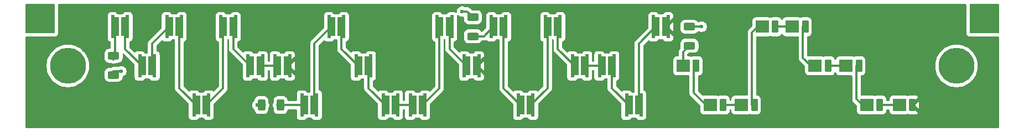
<source format=gtl>
%TF.GenerationSoftware,KiCad,Pcbnew,9.0.1-9.0.1-0~ubuntu24.04.1*%
%TF.CreationDate,2025-04-21T13:30:09+00:00*%
%TF.ProjectId,growbeam,67726f77-6265-4616-9d2e-6b696361645f,rev?*%
%TF.SameCoordinates,Original*%
%TF.FileFunction,Copper,L1,Top*%
%TF.FilePolarity,Positive*%
%FSLAX46Y46*%
G04 Gerber Fmt 4.6, Leading zero omitted, Abs format (unit mm)*
G04 Created by KiCad (PCBNEW 9.0.1-9.0.1-0~ubuntu24.04.1) date 2025-04-21 13:30:09*
%MOMM*%
%LPD*%
G01*
G04 APERTURE LIST*
G04 Aperture macros list*
%AMRoundRect*
0 Rectangle with rounded corners*
0 $1 Rounding radius*
0 $2 $3 $4 $5 $6 $7 $8 $9 X,Y pos of 4 corners*
0 Add a 4 corners polygon primitive as box body*
4,1,4,$2,$3,$4,$5,$6,$7,$8,$9,$2,$3,0*
0 Add four circle primitives for the rounded corners*
1,1,$1+$1,$2,$3*
1,1,$1+$1,$4,$5*
1,1,$1+$1,$6,$7*
1,1,$1+$1,$8,$9*
0 Add four rect primitives between the rounded corners*
20,1,$1+$1,$2,$3,$4,$5,0*
20,1,$1+$1,$4,$5,$6,$7,0*
20,1,$1+$1,$6,$7,$8,$9,0*
20,1,$1+$1,$8,$9,$2,$3,0*%
%AMFreePoly0*
4,1,27,1.750191,0.625462,1.750462,0.625191,1.750500,0.625000,1.750500,0.075000,1.750462,0.074809,1.750191,0.074538,1.750000,0.074500,1.400500,0.074500,1.400500,-0.625000,1.400462,-0.625191,1.400191,-0.625462,1.400000,-0.625500,-1.400000,-0.625500,-1.400191,-0.625462,-1.400462,-0.625191,-1.400500,-0.625000,-1.400500,0.074500,-1.750000,0.074500,-1.750191,0.074538,-1.750462,0.074809,
-1.750500,0.075000,-1.750500,0.625000,-1.750462,0.625191,-1.750191,0.625462,-1.750000,0.625500,1.750000,0.625500,1.750191,0.625462,1.750191,0.625462,$1*%
G04 Aperture macros list end*
%TA.AperFunction,SMDPad,CuDef*%
%ADD10FreePoly0,270.000000*%
%TD*%
%TA.AperFunction,SMDPad,CuDef*%
%ADD11FreePoly0,90.000000*%
%TD*%
%TA.AperFunction,ComponentPad*%
%ADD12C,5.500000*%
%TD*%
%TA.AperFunction,SMDPad,CuDef*%
%ADD13RoundRect,0.250000X-0.312500X-0.625000X0.312500X-0.625000X0.312500X0.625000X-0.312500X0.625000X0*%
%TD*%
%TA.AperFunction,SMDPad,CuDef*%
%ADD14RoundRect,0.100000X-0.385000X-0.850000X0.385000X-0.850000X0.385000X0.850000X-0.385000X0.850000X0*%
%TD*%
%TA.AperFunction,SMDPad,CuDef*%
%ADD15RoundRect,0.100000X-0.915000X-0.850000X0.915000X-0.850000X0.915000X0.850000X-0.915000X0.850000X0*%
%TD*%
%TA.AperFunction,SMDPad,CuDef*%
%ADD16RoundRect,0.250000X0.625000X-0.312500X0.625000X0.312500X-0.625000X0.312500X-0.625000X-0.312500X0*%
%TD*%
%TA.AperFunction,SMDPad,CuDef*%
%ADD17RoundRect,0.250000X-0.625000X0.312500X-0.625000X-0.312500X0.625000X-0.312500X0.625000X0.312500X0*%
%TD*%
%TA.AperFunction,ViaPad*%
%ADD18C,1.000000*%
%TD*%
%TA.AperFunction,ViaPad*%
%ADD19C,1.200000*%
%TD*%
%TA.AperFunction,ViaPad*%
%ADD20C,0.600000*%
%TD*%
%TA.AperFunction,Conductor*%
%ADD21C,0.300000*%
%TD*%
G04 APERTURE END LIST*
D10*
%TO.P,D6,1,K*%
%TO.N,Net-(D6-K)*%
X109465000Y-85000000D03*
D11*
%TO.P,D6,2,A*%
%TO.N,Net-(D5-K)*%
X107915000Y-85000000D03*
%TD*%
D10*
%TO.P,D5,1,K*%
%TO.N,Net-(D5-K)*%
X105327000Y-79000000D03*
D11*
%TO.P,D5,2,A*%
%TO.N,Net-(D4-K)*%
X103777000Y-79000000D03*
%TD*%
D10*
%TO.P,D9,1,K*%
%TO.N,Net-(D10-A)*%
X121878000Y-79000000D03*
D11*
%TO.P,D9,2,A*%
%TO.N,Net-(D8-K)*%
X120328000Y-79000000D03*
%TD*%
D12*
%TO.P,REF\u002A\u002A,1*%
%TO.N,N/C*%
X80000000Y-85000000D03*
%TD*%
D13*
%TO.P,R2,1*%
%TO.N,+24V*%
X109625000Y-91000000D03*
%TO.P,R2,2*%
%TO.N,Net-(D8-A)*%
X112550000Y-91000000D03*
%TD*%
D10*
%TO.P,D16,1,K*%
%TO.N,Net-(D16-K)*%
X150844000Y-91000000D03*
D11*
%TO.P,D16,2,A*%
%TO.N,Net-(D15-K)*%
X149294000Y-91000000D03*
%TD*%
D10*
%TO.P,D14,1,K*%
%TO.N,GND*%
X142568000Y-85000000D03*
D11*
%TO.P,D14,2,A*%
%TO.N,Net-(D13-K)*%
X141018000Y-85000000D03*
%TD*%
D10*
%TO.P,D11,1,K*%
%TO.N,Net-(D11-K)*%
X130154000Y-91000000D03*
D11*
%TO.P,D11,2,A*%
%TO.N,Net-(D10-K)*%
X128604000Y-91000000D03*
%TD*%
D10*
%TO.P,D1,1,K*%
%TO.N,Net-(D1-K)*%
X88775000Y-79000000D03*
D11*
%TO.P,D1,2,A*%
%TO.N,Net-(D1-A)*%
X87225000Y-79000000D03*
%TD*%
D10*
%TO.P,D15,1,K*%
%TO.N,Net-(D15-K)*%
X146706000Y-79000000D03*
D11*
%TO.P,D15,2,A*%
%TO.N,Net-(D15-A)*%
X145156000Y-79000000D03*
%TD*%
D14*
%TO.P,D22,1,K*%
%TO.N,Net-(D22-K)*%
X176162000Y-85000000D03*
D15*
%TO.P,D22,2,A*%
%TO.N,Net-(D22-A)*%
X174162000Y-85000000D03*
%TD*%
D10*
%TO.P,D7,1,K*%
%TO.N,GND*%
X113603000Y-85000000D03*
D11*
%TO.P,D7,2,A*%
%TO.N,Net-(D6-K)*%
X112053000Y-85000000D03*
%TD*%
D16*
%TO.P,R1,1*%
%TO.N,+24V*%
X87000000Y-86375000D03*
%TO.P,R1,2*%
%TO.N,Net-(D1-A)*%
X87000000Y-83450000D03*
%TD*%
%TO.P,R3,1*%
%TO.N,Net-(D15-A)*%
X142000000Y-80462500D03*
%TO.P,R3,2*%
%TO.N,+24V*%
X142000000Y-77537500D03*
%TD*%
D10*
%TO.P,D21,1,K*%
%TO.N,GND*%
X171534000Y-79000000D03*
D11*
%TO.P,D21,2,A*%
%TO.N,Net-(D20-K)*%
X169984000Y-79000000D03*
%TD*%
D14*
%TO.P,D28,1,K*%
%TO.N,Net-(D28-K)*%
X201065000Y-85000000D03*
D15*
%TO.P,D28,2,A*%
%TO.N,Net-(D27-K)*%
X199065000Y-85000000D03*
%TD*%
D10*
%TO.P,D20,1,K*%
%TO.N,Net-(D20-K)*%
X167396000Y-91000000D03*
D11*
%TO.P,D20,2,A*%
%TO.N,Net-(D19-K)*%
X165846000Y-91000000D03*
%TD*%
D14*
%TO.P,D26,1,K*%
%TO.N,Net-(D26-K)*%
X192865000Y-79000000D03*
D15*
%TO.P,D26,2,A*%
%TO.N,Net-(D25-K)*%
X190865000Y-79000000D03*
%TD*%
D10*
%TO.P,D17,1,K*%
%TO.N,Net-(D17-K)*%
X154982000Y-79000000D03*
D11*
%TO.P,D17,2,A*%
%TO.N,Net-(D16-K)*%
X153432000Y-79000000D03*
%TD*%
D10*
%TO.P,D4,1,K*%
%TO.N,Net-(D4-K)*%
X101189000Y-91000000D03*
D11*
%TO.P,D4,2,A*%
%TO.N,Net-(D3-K)*%
X99639000Y-91000000D03*
%TD*%
D14*
%TO.P,D29,1,K*%
%TO.N,Net-(D29-K)*%
X204265000Y-91000000D03*
D15*
%TO.P,D29,2,A*%
%TO.N,Net-(D28-K)*%
X202265000Y-91000000D03*
%TD*%
D10*
%TO.P,D2,1,K*%
%TO.N,Net-(D2-K)*%
X92913000Y-85000000D03*
D11*
%TO.P,D2,2,A*%
%TO.N,Net-(D1-K)*%
X91363000Y-85000000D03*
%TD*%
D10*
%TO.P,D3,1,K*%
%TO.N,Net-(D3-K)*%
X97051000Y-79000000D03*
D11*
%TO.P,D3,2,A*%
%TO.N,Net-(D2-K)*%
X95501000Y-79000000D03*
%TD*%
D10*
%TO.P,D13,1,K*%
%TO.N,Net-(D13-K)*%
X138430000Y-79000000D03*
D11*
%TO.P,D13,2,A*%
%TO.N,Net-(D12-K)*%
X136880000Y-79000000D03*
%TD*%
D10*
%TO.P,D18,1,K*%
%TO.N,Net-(D18-K)*%
X159120000Y-85000000D03*
D11*
%TO.P,D18,2,A*%
%TO.N,Net-(D17-K)*%
X157570000Y-85000000D03*
%TD*%
D14*
%TO.P,D23,1,K*%
%TO.N,Net-(D23-K)*%
X180299000Y-91000000D03*
D15*
%TO.P,D23,2,A*%
%TO.N,Net-(D22-K)*%
X178299000Y-91000000D03*
%TD*%
D12*
%TO.P,REF\u002A\u002A,1*%
%TO.N,N/C*%
X216000000Y-85000000D03*
%TD*%
D14*
%TO.P,D30,1,K*%
%TO.N,GND*%
X209265000Y-91000000D03*
D15*
%TO.P,D30,2,A*%
%TO.N,Net-(D29-K)*%
X207265000Y-91000000D03*
%TD*%
D10*
%TO.P,D8,1,K*%
%TO.N,Net-(D8-K)*%
X117741000Y-91000000D03*
D11*
%TO.P,D8,2,A*%
%TO.N,Net-(D8-A)*%
X116191000Y-91000000D03*
%TD*%
D14*
%TO.P,D27,1,K*%
%TO.N,Net-(D27-K)*%
X196365000Y-85000000D03*
D15*
%TO.P,D27,2,A*%
%TO.N,Net-(D26-K)*%
X194365000Y-85000000D03*
%TD*%
D14*
%TO.P,D24,1,K*%
%TO.N,Net-(D24-K)*%
X185065000Y-91000000D03*
D15*
%TO.P,D24,2,A*%
%TO.N,Net-(D23-K)*%
X183065000Y-91000000D03*
%TD*%
D10*
%TO.P,D10,1,K*%
%TO.N,Net-(D10-K)*%
X126016000Y-85000000D03*
D11*
%TO.P,D10,2,A*%
%TO.N,Net-(D10-A)*%
X124466000Y-85000000D03*
%TD*%
D10*
%TO.P,D19,1,K*%
%TO.N,Net-(D19-K)*%
X163258000Y-85000000D03*
D11*
%TO.P,D19,2,A*%
%TO.N,Net-(D18-K)*%
X161708000Y-85000000D03*
%TD*%
D14*
%TO.P,D25,1,K*%
%TO.N,Net-(D25-K)*%
X188265000Y-79000000D03*
D15*
%TO.P,D25,2,A*%
%TO.N,Net-(D24-K)*%
X186265000Y-79000000D03*
%TD*%
D10*
%TO.P,D12,1,K*%
%TO.N,Net-(D12-K)*%
X134292000Y-91000000D03*
D11*
%TO.P,D12,2,A*%
%TO.N,Net-(D11-K)*%
X132742000Y-91000000D03*
%TD*%
D17*
%TO.P,R4,1*%
%TO.N,+24V*%
X175133991Y-78988227D03*
%TO.P,R4,2*%
%TO.N,Net-(D22-A)*%
X175133991Y-81913227D03*
%TD*%
D18*
%TO.N,GND*%
X100419169Y-88390050D03*
X161818256Y-80991510D03*
X156187950Y-81953354D03*
D19*
X205000000Y-85000000D03*
D20*
X77500000Y-93500000D03*
D18*
X156070652Y-87349064D03*
X90000000Y-88000000D03*
X152645549Y-93167047D03*
X165126061Y-87020629D03*
X160457599Y-87654039D03*
X147531354Y-92486718D03*
X148000000Y-82000000D03*
X169395709Y-92439799D03*
D20*
X218500000Y-90500000D03*
D18*
X123362666Y-87686261D03*
X152622089Y-90914924D03*
D20*
X77500000Y-92500000D03*
D18*
X169208033Y-89741944D03*
X198402444Y-82715791D03*
X164492651Y-93565860D03*
X152000000Y-82000000D03*
X129391785Y-88554267D03*
X181923140Y-80944591D03*
X129415245Y-93457325D03*
D19*
X101000000Y-86000000D03*
D18*
X83504791Y-90548334D03*
X126811228Y-82173253D03*
D20*
X77000000Y-92000000D03*
D18*
X221205184Y-87747877D03*
X107457052Y-82102875D03*
X192949156Y-87325604D03*
X142000000Y-82000000D03*
X181688544Y-88475125D03*
D19*
X131000000Y-86000000D03*
D20*
X218500000Y-91500000D03*
D18*
X114307257Y-88038156D03*
X190532817Y-81296485D03*
X116324784Y-87803559D03*
X206883093Y-88803559D03*
D20*
X218500000Y-93500000D03*
D18*
X85000000Y-81000000D03*
X192561002Y-91865038D03*
X210085329Y-93659698D03*
D20*
X77000000Y-93000000D03*
X219000000Y-91000000D03*
D18*
X205123622Y-93483751D03*
X141184459Y-91653902D03*
X93686261Y-87780100D03*
X202695553Y-88873938D03*
X173031949Y-87395983D03*
X140000000Y-88000000D03*
X192034232Y-85214239D03*
X186849658Y-91102601D03*
X135000000Y-81000000D03*
X113720767Y-82102875D03*
X209100026Y-88557234D03*
X122002009Y-84941487D03*
X183448015Y-88756640D03*
X144000000Y-82000000D03*
D20*
X77000000Y-91000000D03*
D19*
X150000000Y-86000000D03*
D18*
X159553333Y-91829849D03*
X175964400Y-92557097D03*
D20*
X219000000Y-92000000D03*
X219000000Y-93000000D03*
D18*
X95422272Y-83745047D03*
X186145870Y-81531081D03*
X126905067Y-91228662D03*
X171858968Y-83102875D03*
X170826746Y-81507621D03*
X210507602Y-82117571D03*
X165102601Y-83102875D03*
X164093838Y-91266818D03*
D20*
X77500000Y-90500000D03*
D18*
X181407029Y-93495481D03*
X150111911Y-88357827D03*
X177770790Y-83149794D03*
X107363213Y-87944317D03*
X178826472Y-81038429D03*
X119491831Y-82360930D03*
X144000000Y-84000000D03*
X111093291Y-87850479D03*
X194285283Y-82680602D03*
X105674121Y-85269922D03*
X188656048Y-81484162D03*
X144000000Y-86000000D03*
X119562209Y-92213966D03*
X102483615Y-81657142D03*
X220958858Y-82328708D03*
X127655774Y-85246462D03*
D19*
X190000000Y-86000000D03*
D20*
X77500000Y-91500000D03*
D18*
X209240783Y-86305111D03*
X110764856Y-82126334D03*
X199915589Y-93026289D03*
X123573803Y-81352167D03*
X140000000Y-82000000D03*
X110366043Y-92941214D03*
X103234322Y-92237425D03*
X91926791Y-91744774D03*
X115456778Y-85035326D03*
X114377636Y-92542400D03*
X202484416Y-87220036D03*
X179835235Y-88733181D03*
D20*
X219000000Y-94000000D03*
D18*
X202589984Y-82926928D03*
D20*
X77000000Y-94000000D03*
D18*
X98730077Y-81375627D03*
D19*
X182000000Y-86000000D03*
D18*
X119609129Y-89891465D03*
X96829849Y-92612779D03*
D20*
X218500000Y-92500000D03*
D18*
X177020082Y-88568963D03*
X127256961Y-87686261D03*
X211668853Y-90703788D03*
X91410679Y-81352167D03*
X120195619Y-86302145D03*
D20*
%TO.N,+24V*%
X176988227Y-78988227D03*
X77000000Y-79000000D03*
X219000000Y-77000000D03*
X77500000Y-77500000D03*
X218500000Y-78500000D03*
X140340366Y-76666970D03*
X218500000Y-77500000D03*
X77500000Y-79500000D03*
X219000000Y-79000000D03*
X218500000Y-79500000D03*
X77000000Y-78000000D03*
X77500000Y-78500000D03*
X219000000Y-78000000D03*
X88175000Y-85825000D03*
X77000000Y-76000000D03*
X109000000Y-91000000D03*
X77500000Y-76500000D03*
X218500000Y-76500000D03*
X219000000Y-76000000D03*
X77000000Y-77000000D03*
%TD*%
D21*
%TO.N,Net-(D1-K)*%
X88775000Y-79000000D02*
X88775000Y-82412000D01*
X88775000Y-82412000D02*
X91363000Y-85000000D01*
%TO.N,Net-(D1-A)*%
X87000000Y-84000000D02*
X87000000Y-83000000D01*
X87000000Y-83000000D02*
X87225000Y-82775000D01*
X87225000Y-82775000D02*
X87225000Y-79000000D01*
%TO.N,Net-(D2-K)*%
X92913000Y-85000000D02*
X92913000Y-81588000D01*
X92913000Y-81588000D02*
X95501000Y-79000000D01*
%TO.N,Net-(D3-K)*%
X97051000Y-88412000D02*
X99639000Y-91000000D01*
X97051000Y-79000000D02*
X97051000Y-88412000D01*
%TO.N,Net-(D4-K)*%
X103777000Y-88412000D02*
X101189000Y-91000000D01*
X103777000Y-79000000D02*
X103777000Y-88412000D01*
%TO.N,Net-(D5-K)*%
X105327000Y-79000000D02*
X105327000Y-82412000D01*
X105327000Y-82412000D02*
X107915000Y-85000000D01*
%TO.N,Net-(D6-K)*%
X109465000Y-85000000D02*
X112053000Y-85000000D01*
%TO.N,Net-(D8-K)*%
X117741000Y-91000000D02*
X117741000Y-81587000D01*
X117741000Y-81587000D02*
X120328000Y-79000000D01*
%TO.N,Net-(D8-A)*%
X112000000Y-91000000D02*
X116191000Y-91000000D01*
%TO.N,Net-(D10-A)*%
X121878000Y-82412000D02*
X124466000Y-85000000D01*
X121878000Y-79000000D02*
X121878000Y-82412000D01*
%TO.N,Net-(D10-K)*%
X126016000Y-85000000D02*
X126016000Y-88412000D01*
X126016000Y-88412000D02*
X128604000Y-91000000D01*
%TO.N,Net-(D11-K)*%
X130154000Y-91000000D02*
X132742000Y-91000000D01*
%TO.N,Net-(D12-K)*%
X136880000Y-79000000D02*
X136880000Y-88412000D01*
X136880000Y-88412000D02*
X134292000Y-91000000D01*
%TO.N,Net-(D13-K)*%
X138430000Y-82412000D02*
X141018000Y-85000000D01*
X138430000Y-79000000D02*
X138430000Y-82412000D01*
%TO.N,Net-(D15-A)*%
X143693500Y-80462500D02*
X145156000Y-79000000D01*
X142000000Y-80462500D02*
X143693500Y-80462500D01*
%TO.N,Net-(D15-K)*%
X146706000Y-79000000D02*
X146706000Y-88412000D01*
X146706000Y-88412000D02*
X149294000Y-91000000D01*
%TO.N,Net-(D16-K)*%
X153432000Y-79000000D02*
X153432000Y-88412000D01*
X153432000Y-88412000D02*
X150844000Y-91000000D01*
%TO.N,Net-(D17-K)*%
X154982000Y-79000000D02*
X154982000Y-82412000D01*
X154982000Y-82412000D02*
X157570000Y-85000000D01*
%TO.N,Net-(D18-K)*%
X159120000Y-85000000D02*
X161708000Y-85000000D01*
%TO.N,Net-(D19-K)*%
X163258000Y-85000000D02*
X163258000Y-88412000D01*
X163258000Y-88412000D02*
X165846000Y-91000000D01*
%TO.N,Net-(D20-K)*%
X167396000Y-81588000D02*
X169984000Y-79000000D01*
X167396000Y-91000000D02*
X167396000Y-81588000D01*
%TO.N,+24V*%
X88175000Y-85825000D02*
X87000000Y-85825000D01*
X141095972Y-76633472D02*
X140373864Y-76633472D01*
X175133991Y-78988227D02*
X176988227Y-78988227D01*
X140373864Y-76633472D02*
X140340366Y-76666970D01*
X142000000Y-77537500D02*
X141095972Y-76633472D01*
X177000000Y-79000000D02*
X176988227Y-78988227D01*
X110175000Y-91000000D02*
X109000000Y-91000000D01*
%TO.N,Net-(D22-A)*%
X174162000Y-82885218D02*
X174162000Y-85000000D01*
X175133991Y-81913227D02*
X174162000Y-82885218D01*
%TO.N,Net-(D22-K)*%
X175797000Y-85000000D02*
X175797000Y-89138000D01*
X175797000Y-89138000D02*
X177659000Y-91000000D01*
%TO.N,Net-(D23-K)*%
X179934000Y-91000000D02*
X182425000Y-91000000D01*
%TO.N,Net-(D24-K)*%
X184700000Y-79925000D02*
X185625000Y-79000000D01*
X184700000Y-91000000D02*
X184700000Y-79925000D01*
%TO.N,Net-(D25-K)*%
X187900000Y-79000000D02*
X190225000Y-79000000D01*
%TO.N,Net-(D26-K)*%
X192500000Y-79000000D02*
X192500000Y-83775000D01*
X192500000Y-83775000D02*
X193725000Y-85000000D01*
%TO.N,Net-(D27-K)*%
X196000000Y-85000000D02*
X198425000Y-85000000D01*
%TO.N,Net-(D28-K)*%
X200700000Y-90075000D02*
X201625000Y-91000000D01*
X200700000Y-85000000D02*
X200700000Y-90075000D01*
%TO.N,Net-(D29-K)*%
X203900000Y-91000000D02*
X206625000Y-91000000D01*
%TD*%
%TA.AperFunction,Conductor*%
%TO.N,+24V*%
G36*
X77943039Y-75520185D02*
G01*
X77988794Y-75572989D01*
X78000000Y-75624500D01*
X78000000Y-79876000D01*
X77980315Y-79943039D01*
X77927511Y-79988794D01*
X77876000Y-80000000D01*
X73624500Y-80000000D01*
X73557461Y-79980315D01*
X73511706Y-79927511D01*
X73500500Y-79876000D01*
X73500500Y-75624500D01*
X73520185Y-75557461D01*
X73572989Y-75511706D01*
X73624500Y-75500500D01*
X77876000Y-75500500D01*
X77943039Y-75520185D01*
G37*
%TD.AperFunction*%
%TD*%
%TA.AperFunction,Conductor*%
%TO.N,+24V*%
G36*
X222442539Y-75520185D02*
G01*
X222488294Y-75572989D01*
X222499500Y-75624500D01*
X222499500Y-79876000D01*
X222479815Y-79943039D01*
X222427011Y-79988794D01*
X222375500Y-80000000D01*
X218124000Y-80000000D01*
X218056961Y-79980315D01*
X218011206Y-79927511D01*
X218000000Y-79876000D01*
X218000000Y-75624500D01*
X218019685Y-75557461D01*
X218072489Y-75511706D01*
X218124000Y-75500500D01*
X222375500Y-75500500D01*
X222442539Y-75520185D01*
G37*
%TD.AperFunction*%
%TD*%
%TA.AperFunction,Conductor*%
%TO.N,GND*%
G36*
X217437539Y-75520185D02*
G01*
X217483294Y-75572989D01*
X217494500Y-75624500D01*
X217494500Y-79876000D01*
X217494501Y-79876009D01*
X217506052Y-79983450D01*
X217506054Y-79983462D01*
X217517260Y-80034972D01*
X217551383Y-80137497D01*
X217551386Y-80137503D01*
X217629171Y-80258537D01*
X217629179Y-80258548D01*
X217674923Y-80311340D01*
X217674926Y-80311343D01*
X217674930Y-80311347D01*
X217783664Y-80405567D01*
X217783667Y-80405568D01*
X217783668Y-80405569D01*
X217882046Y-80450498D01*
X217914541Y-80465338D01*
X217981580Y-80485023D01*
X217981584Y-80485024D01*
X218124000Y-80505500D01*
X218124003Y-80505500D01*
X222375500Y-80505500D01*
X222442539Y-80525185D01*
X222488294Y-80577989D01*
X222499500Y-80629500D01*
X222499500Y-94375500D01*
X222479815Y-94442539D01*
X222427011Y-94488294D01*
X222375500Y-94499500D01*
X73624500Y-94499500D01*
X73557461Y-94479815D01*
X73511706Y-94427011D01*
X73500500Y-94375500D01*
X73500500Y-84840316D01*
X76749500Y-84840316D01*
X76749500Y-85159683D01*
X76780803Y-85477522D01*
X76843109Y-85790754D01*
X76935820Y-86096382D01*
X76959206Y-86152841D01*
X77052503Y-86378080D01*
X77058040Y-86391446D01*
X77058042Y-86391451D01*
X77208584Y-86673094D01*
X77208601Y-86673122D01*
X77386012Y-86938638D01*
X77386029Y-86938661D01*
X77588638Y-87185540D01*
X77814459Y-87411361D01*
X77814464Y-87411365D01*
X77814465Y-87411366D01*
X78061344Y-87613975D01*
X78061351Y-87613980D01*
X78061361Y-87613987D01*
X78326877Y-87791398D01*
X78326882Y-87791401D01*
X78326894Y-87791409D01*
X78326903Y-87791413D01*
X78326905Y-87791415D01*
X78608548Y-87941957D01*
X78608550Y-87941957D01*
X78608556Y-87941961D01*
X78903619Y-88064180D01*
X79209240Y-88156889D01*
X79522477Y-88219196D01*
X79840313Y-88250500D01*
X79840316Y-88250500D01*
X80159684Y-88250500D01*
X80159687Y-88250500D01*
X80477523Y-88219196D01*
X80790760Y-88156889D01*
X81096381Y-88064180D01*
X81391444Y-87941961D01*
X81673106Y-87791409D01*
X81938656Y-87613975D01*
X82185535Y-87411366D01*
X82411366Y-87185535D01*
X82613975Y-86938656D01*
X82791409Y-86673106D01*
X82941961Y-86391444D01*
X83064180Y-86096381D01*
X83089630Y-86012483D01*
X85624500Y-86012483D01*
X85624500Y-86737501D01*
X85624501Y-86737519D01*
X85635000Y-86840296D01*
X85635001Y-86840299D01*
X85680628Y-86977989D01*
X85690186Y-87006834D01*
X85782288Y-87156156D01*
X85906344Y-87280212D01*
X86055666Y-87372314D01*
X86222203Y-87427499D01*
X86324991Y-87438000D01*
X87675008Y-87437999D01*
X87777797Y-87427499D01*
X87944334Y-87372314D01*
X88093656Y-87280212D01*
X88217712Y-87156156D01*
X88309814Y-87006834D01*
X88364999Y-86840297D01*
X88375500Y-86737509D01*
X88375499Y-86691259D01*
X88395182Y-86624222D01*
X88447985Y-86578466D01*
X88452047Y-86576698D01*
X88554173Y-86534397D01*
X88554176Y-86534395D01*
X88554179Y-86534394D01*
X88685289Y-86446789D01*
X88796789Y-86335289D01*
X88884394Y-86204179D01*
X88944737Y-86058497D01*
X88975500Y-85903842D01*
X88975500Y-85746158D01*
X88975500Y-85746155D01*
X88975499Y-85746153D01*
X88956472Y-85650500D01*
X88944737Y-85591503D01*
X88944735Y-85591498D01*
X88884397Y-85445827D01*
X88884390Y-85445814D01*
X88796789Y-85314711D01*
X88796786Y-85314707D01*
X88685292Y-85203213D01*
X88685288Y-85203210D01*
X88554185Y-85115609D01*
X88554172Y-85115602D01*
X88408501Y-85055264D01*
X88408489Y-85055261D01*
X88253845Y-85024500D01*
X88253842Y-85024500D01*
X88096158Y-85024500D01*
X88096155Y-85024500D01*
X87941510Y-85055261D01*
X87941498Y-85055264D01*
X87795827Y-85115602D01*
X87795820Y-85115606D01*
X87766928Y-85134911D01*
X87738955Y-85153602D01*
X87672279Y-85174480D01*
X87670065Y-85174500D01*
X86935929Y-85174500D01*
X86810261Y-85199497D01*
X86810255Y-85199499D01*
X86691871Y-85248535D01*
X86628163Y-85291103D01*
X86561486Y-85311980D01*
X86559275Y-85312000D01*
X86324999Y-85312000D01*
X86324980Y-85312001D01*
X86222203Y-85322500D01*
X86222200Y-85322501D01*
X86055668Y-85377685D01*
X86055663Y-85377687D01*
X85906342Y-85469789D01*
X85782289Y-85593842D01*
X85690187Y-85743163D01*
X85690185Y-85743168D01*
X85682681Y-85765814D01*
X85635001Y-85909703D01*
X85635001Y-85909704D01*
X85635000Y-85909704D01*
X85624500Y-86012483D01*
X83089630Y-86012483D01*
X83156889Y-85790760D01*
X83219196Y-85477523D01*
X83250500Y-85159687D01*
X83250500Y-84840313D01*
X83219196Y-84522477D01*
X83156889Y-84209240D01*
X83064180Y-83903619D01*
X82941961Y-83608556D01*
X82918835Y-83565291D01*
X82791415Y-83326905D01*
X82791414Y-83326903D01*
X82791409Y-83326894D01*
X82631440Y-83087483D01*
X85624500Y-83087483D01*
X85624500Y-83812501D01*
X85624501Y-83812519D01*
X85635000Y-83915296D01*
X85635001Y-83915299D01*
X85690185Y-84081831D01*
X85690187Y-84081836D01*
X85707957Y-84110645D01*
X85782288Y-84231156D01*
X85906344Y-84355212D01*
X86055666Y-84447314D01*
X86222203Y-84502499D01*
X86324991Y-84513000D01*
X86559274Y-84512999D01*
X86626314Y-84532683D01*
X86628159Y-84533892D01*
X86691873Y-84576465D01*
X86810256Y-84625501D01*
X86810260Y-84625501D01*
X86810261Y-84625502D01*
X86935928Y-84650500D01*
X86935931Y-84650500D01*
X87064071Y-84650500D01*
X87148615Y-84633682D01*
X87189744Y-84625501D01*
X87308127Y-84576465D01*
X87371834Y-84533896D01*
X87438512Y-84513019D01*
X87440725Y-84512999D01*
X87675002Y-84512999D01*
X87675008Y-84512999D01*
X87777797Y-84502499D01*
X87944334Y-84447314D01*
X88093656Y-84355212D01*
X88217712Y-84231156D01*
X88309814Y-84081834D01*
X88364999Y-83915297D01*
X88375500Y-83812509D01*
X88375499Y-83231806D01*
X88395183Y-83164768D01*
X88447987Y-83119013D01*
X88517146Y-83109069D01*
X88580702Y-83138094D01*
X88587180Y-83144126D01*
X90195681Y-84752627D01*
X90229166Y-84813950D01*
X90232000Y-84840308D01*
X90232000Y-86750223D01*
X90243552Y-86857660D01*
X90243553Y-86857665D01*
X90293832Y-86992466D01*
X90307567Y-87010813D01*
X90380058Y-87107649D01*
X90380351Y-87107942D01*
X90464499Y-87175754D01*
X90503854Y-87193727D01*
X90595373Y-87235523D01*
X90595376Y-87235523D01*
X90595377Y-87235524D01*
X90737793Y-87256000D01*
X90737796Y-87256000D01*
X91288207Y-87256000D01*
X91288223Y-87255999D01*
X91336200Y-87250840D01*
X91395659Y-87244448D01*
X91395663Y-87244446D01*
X91395665Y-87244446D01*
X91448160Y-87224865D01*
X91530467Y-87194167D01*
X91645649Y-87107942D01*
X91645942Y-87107649D01*
X91713754Y-87023501D01*
X91727927Y-86992467D01*
X91734311Y-86978489D01*
X91780065Y-86925685D01*
X91847105Y-86906000D01*
X91988207Y-86906000D01*
X92095659Y-86894448D01*
X92097099Y-86893910D01*
X92098629Y-86893746D01*
X92103209Y-86892664D01*
X92103344Y-86893238D01*
X92158085Y-86887351D01*
X92287793Y-86906000D01*
X92425488Y-86906000D01*
X92492527Y-86925685D01*
X92538282Y-86978489D01*
X92541666Y-86986659D01*
X92543833Y-86992467D01*
X92630058Y-87107649D01*
X92630351Y-87107942D01*
X92714499Y-87175754D01*
X92753854Y-87193727D01*
X92845373Y-87235523D01*
X92845376Y-87235523D01*
X92845377Y-87235524D01*
X92987793Y-87256000D01*
X92987796Y-87256000D01*
X93538207Y-87256000D01*
X93538223Y-87255999D01*
X93586200Y-87250840D01*
X93645659Y-87244448D01*
X93645663Y-87244446D01*
X93645665Y-87244446D01*
X93698160Y-87224865D01*
X93780467Y-87194167D01*
X93895649Y-87107942D01*
X93895942Y-87107649D01*
X93963754Y-87023501D01*
X94008425Y-86925685D01*
X94023523Y-86892626D01*
X94023524Y-86892621D01*
X94024334Y-86886990D01*
X94044000Y-86750207D01*
X94044000Y-83249793D01*
X94044000Y-83249792D01*
X94043999Y-83249776D01*
X94034859Y-83164768D01*
X94032448Y-83142341D01*
X94032446Y-83142337D01*
X94032446Y-83142334D01*
X93982167Y-83007533D01*
X93965077Y-82984704D01*
X93895942Y-82892351D01*
X93895649Y-82892058D01*
X93811501Y-82824246D01*
X93804713Y-82821146D01*
X93680624Y-82764476D01*
X93669851Y-82762927D01*
X93606296Y-82733901D01*
X93568522Y-82675122D01*
X93563500Y-82640189D01*
X93563500Y-81908807D01*
X93583185Y-81841768D01*
X93599815Y-81821130D01*
X94329209Y-81091735D01*
X94390530Y-81058252D01*
X94460221Y-81063236D01*
X94515126Y-81104335D01*
X94515161Y-81104305D01*
X94515300Y-81104465D01*
X94516153Y-81105104D01*
X94518056Y-81107647D01*
X94518058Y-81107649D01*
X94518351Y-81107942D01*
X94602499Y-81175754D01*
X94641854Y-81193727D01*
X94733373Y-81235523D01*
X94733376Y-81235523D01*
X94733377Y-81235524D01*
X94875793Y-81256000D01*
X94875796Y-81256000D01*
X95426207Y-81256000D01*
X95426223Y-81255999D01*
X95474200Y-81250840D01*
X95533659Y-81244448D01*
X95533663Y-81244446D01*
X95533665Y-81244446D01*
X95586160Y-81224865D01*
X95668467Y-81194167D01*
X95783649Y-81107942D01*
X95783942Y-81107649D01*
X95851754Y-81023501D01*
X95865927Y-80992467D01*
X95872311Y-80978489D01*
X95918065Y-80925685D01*
X95985105Y-80906000D01*
X96126207Y-80906000D01*
X96233659Y-80894448D01*
X96233662Y-80894446D01*
X96241209Y-80892664D01*
X96241532Y-80894034D01*
X96302851Y-80889645D01*
X96364176Y-80923127D01*
X96397665Y-80984448D01*
X96400500Y-81010813D01*
X96400500Y-88476069D01*
X96407747Y-88512498D01*
X96407747Y-88512501D01*
X96425497Y-88601736D01*
X96425499Y-88601743D01*
X96425499Y-88601744D01*
X96474535Y-88720127D01*
X96544104Y-88824246D01*
X96545726Y-88826673D01*
X96545727Y-88826674D01*
X98471681Y-90752627D01*
X98505166Y-90813950D01*
X98508000Y-90840308D01*
X98508000Y-92750223D01*
X98519552Y-92857660D01*
X98519553Y-92857665D01*
X98569832Y-92992466D01*
X98569833Y-92992467D01*
X98656058Y-93107649D01*
X98656351Y-93107942D01*
X98740499Y-93175754D01*
X98780818Y-93194167D01*
X98871373Y-93235523D01*
X98871376Y-93235523D01*
X98871377Y-93235524D01*
X99013793Y-93256000D01*
X99013796Y-93256000D01*
X99564207Y-93256000D01*
X99564223Y-93255999D01*
X99612200Y-93250840D01*
X99671659Y-93244448D01*
X99671663Y-93244446D01*
X99671665Y-93244446D01*
X99724160Y-93224865D01*
X99806467Y-93194167D01*
X99921649Y-93107942D01*
X99921942Y-93107649D01*
X99989754Y-93023501D01*
X100003927Y-92992467D01*
X100010311Y-92978489D01*
X100056065Y-92925685D01*
X100123105Y-92906000D01*
X100264207Y-92906000D01*
X100371659Y-92894448D01*
X100373099Y-92893910D01*
X100374629Y-92893746D01*
X100379209Y-92892664D01*
X100379344Y-92893238D01*
X100434085Y-92887351D01*
X100563793Y-92906000D01*
X100701488Y-92906000D01*
X100768527Y-92925685D01*
X100814282Y-92978489D01*
X100817666Y-92986659D01*
X100819833Y-92992467D01*
X100906058Y-93107649D01*
X100906351Y-93107942D01*
X100990499Y-93175754D01*
X101030818Y-93194167D01*
X101121373Y-93235523D01*
X101121376Y-93235523D01*
X101121377Y-93235524D01*
X101263793Y-93256000D01*
X101263796Y-93256000D01*
X101814207Y-93256000D01*
X101814223Y-93255999D01*
X101862200Y-93250840D01*
X101921659Y-93244448D01*
X101921663Y-93244446D01*
X101921665Y-93244446D01*
X101974160Y-93224865D01*
X102056467Y-93194167D01*
X102171649Y-93107942D01*
X102171942Y-93107649D01*
X102239754Y-93023501D01*
X102293415Y-92906000D01*
X102299523Y-92892626D01*
X102299524Y-92892621D01*
X102300282Y-92887351D01*
X102320000Y-92750207D01*
X102320000Y-90921153D01*
X108199500Y-90921153D01*
X108199500Y-91078846D01*
X108230261Y-91233489D01*
X108230264Y-91233501D01*
X108290602Y-91379172D01*
X108290609Y-91379185D01*
X108378210Y-91510288D01*
X108378213Y-91510292D01*
X108489706Y-91621785D01*
X108489709Y-91621787D01*
X108489711Y-91621789D01*
X108512927Y-91637301D01*
X108557731Y-91690911D01*
X108567394Y-91727802D01*
X108572500Y-91777796D01*
X108572501Y-91777799D01*
X108627685Y-91944331D01*
X108627686Y-91944334D01*
X108719788Y-92093656D01*
X108843844Y-92217712D01*
X108993166Y-92309814D01*
X109159703Y-92364999D01*
X109262491Y-92375500D01*
X109987508Y-92375499D01*
X109987516Y-92375498D01*
X109987519Y-92375498D01*
X110068858Y-92367189D01*
X110090297Y-92364999D01*
X110256834Y-92309814D01*
X110406156Y-92217712D01*
X110530212Y-92093656D01*
X110622314Y-91944334D01*
X110677499Y-91777797D01*
X110688000Y-91675009D01*
X110687999Y-91440724D01*
X110707683Y-91373685D01*
X110708897Y-91371833D01*
X110751465Y-91308127D01*
X110800501Y-91189744D01*
X110819187Y-91095808D01*
X110825500Y-91064071D01*
X111349499Y-91064071D01*
X111374497Y-91189738D01*
X111374499Y-91189744D01*
X111423534Y-91308125D01*
X111466103Y-91371835D01*
X111486980Y-91438513D01*
X111487000Y-91440724D01*
X111487000Y-91675000D01*
X111487001Y-91675019D01*
X111497500Y-91777796D01*
X111497501Y-91777799D01*
X111552685Y-91944331D01*
X111552686Y-91944334D01*
X111644788Y-92093656D01*
X111768844Y-92217712D01*
X111918166Y-92309814D01*
X112084703Y-92364999D01*
X112187491Y-92375500D01*
X112912508Y-92375499D01*
X112912516Y-92375498D01*
X112912519Y-92375498D01*
X112993858Y-92367189D01*
X113015297Y-92364999D01*
X113181834Y-92309814D01*
X113331156Y-92217712D01*
X113455212Y-92093656D01*
X113547314Y-91944334D01*
X113602499Y-91777797D01*
X113604123Y-91761898D01*
X113630518Y-91697207D01*
X113687698Y-91657055D01*
X113727481Y-91650500D01*
X114936000Y-91650500D01*
X115003039Y-91670185D01*
X115048794Y-91722989D01*
X115060000Y-91774500D01*
X115060000Y-92750223D01*
X115071552Y-92857660D01*
X115071553Y-92857665D01*
X115121832Y-92992466D01*
X115121833Y-92992467D01*
X115208058Y-93107649D01*
X115208351Y-93107942D01*
X115292499Y-93175754D01*
X115332818Y-93194167D01*
X115423373Y-93235523D01*
X115423376Y-93235523D01*
X115423377Y-93235524D01*
X115565793Y-93256000D01*
X115565796Y-93256000D01*
X116116207Y-93256000D01*
X116116223Y-93255999D01*
X116164200Y-93250840D01*
X116223659Y-93244448D01*
X116223663Y-93244446D01*
X116223665Y-93244446D01*
X116276160Y-93224865D01*
X116358467Y-93194167D01*
X116473649Y-93107942D01*
X116473942Y-93107649D01*
X116541754Y-93023501D01*
X116555927Y-92992467D01*
X116562311Y-92978489D01*
X116608065Y-92925685D01*
X116675105Y-92906000D01*
X116816207Y-92906000D01*
X116923659Y-92894448D01*
X116925099Y-92893910D01*
X116926629Y-92893746D01*
X116931209Y-92892664D01*
X116931344Y-92893238D01*
X116986085Y-92887351D01*
X117115793Y-92906000D01*
X117253488Y-92906000D01*
X117320527Y-92925685D01*
X117366282Y-92978489D01*
X117369666Y-92986659D01*
X117371833Y-92992467D01*
X117458058Y-93107649D01*
X117458351Y-93107942D01*
X117542499Y-93175754D01*
X117582818Y-93194167D01*
X117673373Y-93235523D01*
X117673376Y-93235523D01*
X117673377Y-93235524D01*
X117815793Y-93256000D01*
X117815796Y-93256000D01*
X118366207Y-93256000D01*
X118366223Y-93255999D01*
X118414200Y-93250840D01*
X118473659Y-93244448D01*
X118473663Y-93244446D01*
X118473665Y-93244446D01*
X118526160Y-93224865D01*
X118608467Y-93194167D01*
X118723649Y-93107942D01*
X118723942Y-93107649D01*
X118791754Y-93023501D01*
X118845415Y-92906000D01*
X118851523Y-92892626D01*
X118851524Y-92892621D01*
X118852282Y-92887351D01*
X118872000Y-92750207D01*
X118872000Y-89249793D01*
X118872000Y-89249792D01*
X118871999Y-89249776D01*
X118866070Y-89194636D01*
X118860448Y-89142341D01*
X118860446Y-89142337D01*
X118860446Y-89142334D01*
X118810167Y-89007533D01*
X118796153Y-88988813D01*
X118723942Y-88892351D01*
X118723649Y-88892058D01*
X118639501Y-88824246D01*
X118624055Y-88817192D01*
X118508624Y-88764476D01*
X118497851Y-88762927D01*
X118434296Y-88733901D01*
X118396522Y-88675122D01*
X118391500Y-88640189D01*
X118391500Y-81907807D01*
X118411185Y-81840768D01*
X118427815Y-81820130D01*
X119156209Y-81091735D01*
X119217530Y-81058252D01*
X119287221Y-81063236D01*
X119342126Y-81104335D01*
X119342161Y-81104305D01*
X119342300Y-81104465D01*
X119343153Y-81105104D01*
X119345056Y-81107647D01*
X119345058Y-81107649D01*
X119345351Y-81107942D01*
X119429499Y-81175754D01*
X119468854Y-81193727D01*
X119560373Y-81235523D01*
X119560376Y-81235523D01*
X119560377Y-81235524D01*
X119702793Y-81256000D01*
X119702796Y-81256000D01*
X120253207Y-81256000D01*
X120253223Y-81255999D01*
X120301200Y-81250840D01*
X120360659Y-81244448D01*
X120360663Y-81244446D01*
X120360665Y-81244446D01*
X120413160Y-81224865D01*
X120495467Y-81194167D01*
X120610649Y-81107942D01*
X120610942Y-81107649D01*
X120678754Y-81023501D01*
X120692927Y-80992467D01*
X120699311Y-80978489D01*
X120745065Y-80925685D01*
X120812105Y-80906000D01*
X120953207Y-80906000D01*
X121060659Y-80894448D01*
X121060662Y-80894446D01*
X121068209Y-80892664D01*
X121068532Y-80894034D01*
X121129851Y-80889645D01*
X121191176Y-80923127D01*
X121224665Y-80984448D01*
X121227500Y-81010813D01*
X121227500Y-82476069D01*
X121241223Y-82545058D01*
X121241224Y-82545060D01*
X121241224Y-82545062D01*
X121252222Y-82600354D01*
X121252499Y-82601744D01*
X121301535Y-82720127D01*
X121371104Y-82824246D01*
X121372726Y-82826673D01*
X121372727Y-82826674D01*
X123298681Y-84752627D01*
X123332166Y-84813950D01*
X123335000Y-84840308D01*
X123335000Y-86750223D01*
X123346552Y-86857660D01*
X123346553Y-86857665D01*
X123396832Y-86992466D01*
X123410567Y-87010813D01*
X123483058Y-87107649D01*
X123483351Y-87107942D01*
X123567499Y-87175754D01*
X123606854Y-87193727D01*
X123698373Y-87235523D01*
X123698376Y-87235523D01*
X123698377Y-87235524D01*
X123840793Y-87256000D01*
X123840796Y-87256000D01*
X124391207Y-87256000D01*
X124391223Y-87255999D01*
X124439200Y-87250840D01*
X124498659Y-87244448D01*
X124498663Y-87244446D01*
X124498665Y-87244446D01*
X124551160Y-87224865D01*
X124633467Y-87194167D01*
X124748649Y-87107942D01*
X124748942Y-87107649D01*
X124816754Y-87023501D01*
X124830927Y-86992467D01*
X124837311Y-86978489D01*
X124883065Y-86925685D01*
X124950105Y-86906000D01*
X125091207Y-86906000D01*
X125198659Y-86894448D01*
X125198662Y-86894446D01*
X125206209Y-86892664D01*
X125206532Y-86894034D01*
X125267851Y-86889645D01*
X125329176Y-86923127D01*
X125362665Y-86984448D01*
X125365500Y-87010813D01*
X125365500Y-88476069D01*
X125372747Y-88512498D01*
X125372747Y-88512501D01*
X125390497Y-88601736D01*
X125390499Y-88601743D01*
X125390499Y-88601744D01*
X125439535Y-88720127D01*
X125509104Y-88824246D01*
X125510726Y-88826673D01*
X125510727Y-88826674D01*
X127436681Y-90752627D01*
X127470166Y-90813950D01*
X127473000Y-90840308D01*
X127473000Y-92750223D01*
X127484552Y-92857660D01*
X127484553Y-92857665D01*
X127534832Y-92992466D01*
X127534833Y-92992467D01*
X127621058Y-93107649D01*
X127621351Y-93107942D01*
X127705499Y-93175754D01*
X127745818Y-93194167D01*
X127836373Y-93235523D01*
X127836376Y-93235523D01*
X127836377Y-93235524D01*
X127978793Y-93256000D01*
X127978796Y-93256000D01*
X128529207Y-93256000D01*
X128529223Y-93255999D01*
X128577200Y-93250840D01*
X128636659Y-93244448D01*
X128636663Y-93244446D01*
X128636665Y-93244446D01*
X128689160Y-93224865D01*
X128771467Y-93194167D01*
X128886649Y-93107942D01*
X128886942Y-93107649D01*
X128954754Y-93023501D01*
X128968927Y-92992467D01*
X128975311Y-92978489D01*
X129021065Y-92925685D01*
X129088105Y-92906000D01*
X129229207Y-92906000D01*
X129336659Y-92894448D01*
X129338099Y-92893910D01*
X129339629Y-92893746D01*
X129344209Y-92892664D01*
X129344344Y-92893238D01*
X129399085Y-92887351D01*
X129528793Y-92906000D01*
X129666488Y-92906000D01*
X129733527Y-92925685D01*
X129779282Y-92978489D01*
X129782666Y-92986659D01*
X129784833Y-92992467D01*
X129871058Y-93107649D01*
X129871351Y-93107942D01*
X129955499Y-93175754D01*
X129995818Y-93194167D01*
X130086373Y-93235523D01*
X130086376Y-93235523D01*
X130086377Y-93235524D01*
X130228793Y-93256000D01*
X130228796Y-93256000D01*
X130779207Y-93256000D01*
X130779223Y-93255999D01*
X130827200Y-93250840D01*
X130886659Y-93244448D01*
X130886663Y-93244446D01*
X130886665Y-93244446D01*
X130939160Y-93224865D01*
X131021467Y-93194167D01*
X131136649Y-93107942D01*
X131136942Y-93107649D01*
X131204754Y-93023501D01*
X131258415Y-92906000D01*
X131264523Y-92892626D01*
X131264524Y-92892621D01*
X131265282Y-92887351D01*
X131285000Y-92750207D01*
X131285000Y-91774500D01*
X131287550Y-91765814D01*
X131286262Y-91756853D01*
X131297240Y-91732812D01*
X131304685Y-91707461D01*
X131311525Y-91701533D01*
X131315287Y-91693297D01*
X131337521Y-91679007D01*
X131357489Y-91661706D01*
X131368003Y-91659418D01*
X131374065Y-91655523D01*
X131409000Y-91650500D01*
X131487000Y-91650500D01*
X131554039Y-91670185D01*
X131599794Y-91722989D01*
X131611000Y-91774500D01*
X131611000Y-92750223D01*
X131622552Y-92857660D01*
X131622553Y-92857665D01*
X131672832Y-92992466D01*
X131672833Y-92992467D01*
X131759058Y-93107649D01*
X131759351Y-93107942D01*
X131843499Y-93175754D01*
X131883818Y-93194167D01*
X131974373Y-93235523D01*
X131974376Y-93235523D01*
X131974377Y-93235524D01*
X132116793Y-93256000D01*
X132116796Y-93256000D01*
X132667207Y-93256000D01*
X132667223Y-93255999D01*
X132715200Y-93250840D01*
X132774659Y-93244448D01*
X132774663Y-93244446D01*
X132774665Y-93244446D01*
X132827160Y-93224865D01*
X132909467Y-93194167D01*
X133024649Y-93107942D01*
X133024942Y-93107649D01*
X133092754Y-93023501D01*
X133106927Y-92992467D01*
X133113311Y-92978489D01*
X133159065Y-92925685D01*
X133226105Y-92906000D01*
X133367207Y-92906000D01*
X133474659Y-92894448D01*
X133476099Y-92893910D01*
X133477629Y-92893746D01*
X133482209Y-92892664D01*
X133482344Y-92893238D01*
X133537085Y-92887351D01*
X133666793Y-92906000D01*
X133804488Y-92906000D01*
X133871527Y-92925685D01*
X133917282Y-92978489D01*
X133920666Y-92986659D01*
X133922833Y-92992467D01*
X134009058Y-93107649D01*
X134009351Y-93107942D01*
X134093499Y-93175754D01*
X134133818Y-93194167D01*
X134224373Y-93235523D01*
X134224376Y-93235523D01*
X134224377Y-93235524D01*
X134366793Y-93256000D01*
X134366796Y-93256000D01*
X134917207Y-93256000D01*
X134917223Y-93255999D01*
X134965200Y-93250840D01*
X135024659Y-93244448D01*
X135024663Y-93244446D01*
X135024665Y-93244446D01*
X135077160Y-93224865D01*
X135159467Y-93194167D01*
X135274649Y-93107942D01*
X135274942Y-93107649D01*
X135342754Y-93023501D01*
X135396415Y-92906000D01*
X135402523Y-92892626D01*
X135402524Y-92892621D01*
X135403282Y-92887351D01*
X135423000Y-92750207D01*
X135423000Y-90840308D01*
X135442685Y-90773269D01*
X135459319Y-90752627D01*
X137385273Y-88826673D01*
X137385277Y-88826669D01*
X137456465Y-88720127D01*
X137505501Y-88601743D01*
X137523253Y-88512501D01*
X137530500Y-88476071D01*
X137530500Y-81011186D01*
X137536738Y-80989940D01*
X137538318Y-80967854D01*
X137546390Y-80957070D01*
X137550185Y-80944147D01*
X137566917Y-80929648D01*
X137580188Y-80911920D01*
X137599627Y-80901304D01*
X137602989Y-80898392D01*
X137611164Y-80895005D01*
X137612164Y-80894632D01*
X137681856Y-80889646D01*
X137743180Y-80923130D01*
X137776666Y-80984453D01*
X137779500Y-81010813D01*
X137779500Y-82476069D01*
X137793223Y-82545058D01*
X137793224Y-82545060D01*
X137793224Y-82545062D01*
X137804222Y-82600354D01*
X137804499Y-82601744D01*
X137853535Y-82720127D01*
X137923104Y-82824246D01*
X137924726Y-82826673D01*
X137924727Y-82826674D01*
X139850681Y-84752627D01*
X139884166Y-84813950D01*
X139887000Y-84840308D01*
X139887000Y-86750223D01*
X139898552Y-86857660D01*
X139898553Y-86857665D01*
X139948832Y-86992466D01*
X139962567Y-87010813D01*
X140035058Y-87107649D01*
X140035351Y-87107942D01*
X140119499Y-87175754D01*
X140158854Y-87193727D01*
X140250373Y-87235523D01*
X140250376Y-87235523D01*
X140250377Y-87235524D01*
X140392793Y-87256000D01*
X140392796Y-87256000D01*
X140943207Y-87256000D01*
X140943223Y-87255999D01*
X140991200Y-87250840D01*
X141050659Y-87244448D01*
X141050663Y-87244446D01*
X141050665Y-87244446D01*
X141103160Y-87224865D01*
X141185467Y-87194167D01*
X141300649Y-87107942D01*
X141300942Y-87107649D01*
X141368754Y-87023501D01*
X141382927Y-86992467D01*
X141389311Y-86978489D01*
X141435065Y-86925685D01*
X141502105Y-86906000D01*
X141643207Y-86906000D01*
X141643223Y-86905999D01*
X141717423Y-86898021D01*
X141750659Y-86894448D01*
X141753072Y-86893547D01*
X141755633Y-86893272D01*
X141758208Y-86892664D01*
X141758284Y-86892987D01*
X141814055Y-86886990D01*
X141942794Y-86905499D01*
X141942796Y-86905500D01*
X142080830Y-86905500D01*
X142147869Y-86925185D01*
X142193624Y-86977989D01*
X142197012Y-86986167D01*
X142199273Y-86992229D01*
X142285410Y-87107294D01*
X142285706Y-87107591D01*
X142369767Y-87175331D01*
X142369772Y-87175334D01*
X142500514Y-87235043D01*
X142500518Y-87235044D01*
X142642794Y-87255499D01*
X142642796Y-87255500D01*
X143193197Y-87255500D01*
X143193198Y-87255499D01*
X143300555Y-87243957D01*
X143435225Y-87193729D01*
X143435228Y-87193727D01*
X143550294Y-87107589D01*
X143550591Y-87107293D01*
X143618331Y-87023232D01*
X143618334Y-87023227D01*
X143678043Y-86892485D01*
X143678044Y-86892481D01*
X143698499Y-86750205D01*
X143698500Y-86750204D01*
X143698500Y-86380500D01*
X143681523Y-86373468D01*
X143673078Y-86378080D01*
X143603387Y-86373094D01*
X143559042Y-86344594D01*
X142478905Y-85264457D01*
X142445420Y-85203134D01*
X142450404Y-85133442D01*
X142478905Y-85089095D01*
X142568000Y-85000000D01*
X142567999Y-84999999D01*
X142921552Y-84999999D01*
X142921552Y-85000000D01*
X143698499Y-85776948D01*
X143698500Y-85776947D01*
X143698500Y-84223052D01*
X143698499Y-84223051D01*
X142921552Y-84999999D01*
X142567999Y-84999999D01*
X142478905Y-84910905D01*
X142445420Y-84849582D01*
X142450404Y-84779890D01*
X142478905Y-84735543D01*
X143559042Y-83655405D01*
X143620365Y-83621920D01*
X143682013Y-83626328D01*
X143698500Y-83619499D01*
X143698500Y-83249803D01*
X143698499Y-83249801D01*
X143686957Y-83142444D01*
X143636729Y-83007774D01*
X143636727Y-83007771D01*
X143550589Y-82892705D01*
X143550293Y-82892408D01*
X143466232Y-82824668D01*
X143466227Y-82824665D01*
X143335485Y-82764956D01*
X143335481Y-82764955D01*
X143193205Y-82744500D01*
X142642801Y-82744500D01*
X142535444Y-82756042D01*
X142400774Y-82806270D01*
X142400771Y-82806272D01*
X142285705Y-82892410D01*
X142285408Y-82892706D01*
X142217664Y-82976772D01*
X142197005Y-83022011D01*
X142151251Y-83074815D01*
X142084211Y-83094500D01*
X141942801Y-83094500D01*
X141835443Y-83106042D01*
X141835440Y-83106043D01*
X141834907Y-83106242D01*
X141834341Y-83106302D01*
X141827894Y-83107826D01*
X141827702Y-83107016D01*
X141773936Y-83112795D01*
X141643208Y-83094000D01*
X141643207Y-83094000D01*
X141505512Y-83094000D01*
X141438473Y-83074315D01*
X141392718Y-83021511D01*
X141389330Y-83013333D01*
X141388110Y-83010062D01*
X141387167Y-83007533D01*
X141300942Y-82892351D01*
X141300649Y-82892058D01*
X141216501Y-82824246D01*
X141209713Y-82821146D01*
X141085626Y-82764476D01*
X141085621Y-82764475D01*
X140943207Y-82744000D01*
X140392793Y-82744000D01*
X140392776Y-82744000D01*
X140285339Y-82755552D01*
X140285334Y-82755553D01*
X140150533Y-82805832D01*
X140035352Y-82892057D01*
X140035047Y-82892362D01*
X140030300Y-82898254D01*
X139972907Y-82938100D01*
X139903081Y-82940591D01*
X139846071Y-82908125D01*
X139116819Y-82178873D01*
X139083334Y-82117550D01*
X139080500Y-82091192D01*
X139080500Y-81361186D01*
X139100185Y-81294147D01*
X139152989Y-81248392D01*
X139161166Y-81245004D01*
X139162655Y-81244448D01*
X139162659Y-81244448D01*
X139297467Y-81194167D01*
X139412649Y-81107942D01*
X139412942Y-81107649D01*
X139480754Y-81023501D01*
X139525425Y-80925685D01*
X139540523Y-80892626D01*
X139540524Y-80892621D01*
X139541334Y-80886990D01*
X139561000Y-80750207D01*
X139561000Y-80099983D01*
X140624500Y-80099983D01*
X140624500Y-80825001D01*
X140624501Y-80825019D01*
X140635000Y-80927796D01*
X140635001Y-80927799D01*
X140690185Y-81094331D01*
X140690187Y-81094336D01*
X140701699Y-81113000D01*
X140782288Y-81243656D01*
X140906344Y-81367712D01*
X141055666Y-81459814D01*
X141222203Y-81514999D01*
X141324991Y-81525500D01*
X142675008Y-81525499D01*
X142777797Y-81514999D01*
X142944334Y-81459814D01*
X143093656Y-81367712D01*
X143217712Y-81243656D01*
X143261970Y-81171902D01*
X143313917Y-81125179D01*
X143367508Y-81113000D01*
X143757571Y-81113000D01*
X143842115Y-81096182D01*
X143883244Y-81088001D01*
X144001627Y-81038965D01*
X144001628Y-81038964D01*
X144004241Y-81037882D01*
X144073710Y-81030413D01*
X144136190Y-81061688D01*
X144150960Y-81078130D01*
X144158350Y-81088002D01*
X144173058Y-81107649D01*
X144173351Y-81107942D01*
X144257499Y-81175754D01*
X144296854Y-81193727D01*
X144388373Y-81235523D01*
X144388376Y-81235523D01*
X144388377Y-81235524D01*
X144530793Y-81256000D01*
X144530796Y-81256000D01*
X145081207Y-81256000D01*
X145081223Y-81255999D01*
X145129200Y-81250840D01*
X145188659Y-81244448D01*
X145188663Y-81244446D01*
X145188665Y-81244446D01*
X145241160Y-81224865D01*
X145323467Y-81194167D01*
X145438649Y-81107942D01*
X145438942Y-81107649D01*
X145506754Y-81023501D01*
X145520927Y-80992467D01*
X145527311Y-80978489D01*
X145573065Y-80925685D01*
X145640105Y-80906000D01*
X145781207Y-80906000D01*
X145888659Y-80894448D01*
X145888662Y-80894446D01*
X145896209Y-80892664D01*
X145896532Y-80894034D01*
X145957851Y-80889645D01*
X146019176Y-80923127D01*
X146052665Y-80984448D01*
X146055500Y-81010813D01*
X146055500Y-88476069D01*
X146062747Y-88512498D01*
X146062747Y-88512501D01*
X146080497Y-88601736D01*
X146080499Y-88601743D01*
X146080499Y-88601744D01*
X146129535Y-88720127D01*
X146199104Y-88824246D01*
X146200726Y-88826673D01*
X146200727Y-88826674D01*
X148126681Y-90752627D01*
X148160166Y-90813950D01*
X148163000Y-90840308D01*
X148163000Y-92750223D01*
X148174552Y-92857660D01*
X148174553Y-92857665D01*
X148224832Y-92992466D01*
X148224833Y-92992467D01*
X148311058Y-93107649D01*
X148311351Y-93107942D01*
X148395499Y-93175754D01*
X148435818Y-93194167D01*
X148526373Y-93235523D01*
X148526376Y-93235523D01*
X148526377Y-93235524D01*
X148668793Y-93256000D01*
X148668796Y-93256000D01*
X149219207Y-93256000D01*
X149219223Y-93255999D01*
X149267200Y-93250840D01*
X149326659Y-93244448D01*
X149326663Y-93244446D01*
X149326665Y-93244446D01*
X149379160Y-93224865D01*
X149461467Y-93194167D01*
X149576649Y-93107942D01*
X149576942Y-93107649D01*
X149644754Y-93023501D01*
X149658927Y-92992467D01*
X149665311Y-92978489D01*
X149711065Y-92925685D01*
X149778105Y-92906000D01*
X149919207Y-92906000D01*
X150026659Y-92894448D01*
X150028099Y-92893910D01*
X150029629Y-92893746D01*
X150034209Y-92892664D01*
X150034344Y-92893238D01*
X150089085Y-92887351D01*
X150218793Y-92906000D01*
X150356488Y-92906000D01*
X150423527Y-92925685D01*
X150469282Y-92978489D01*
X150472666Y-92986659D01*
X150474833Y-92992467D01*
X150561058Y-93107649D01*
X150561351Y-93107942D01*
X150645499Y-93175754D01*
X150685818Y-93194167D01*
X150776373Y-93235523D01*
X150776376Y-93235523D01*
X150776377Y-93235524D01*
X150918793Y-93256000D01*
X150918796Y-93256000D01*
X151469207Y-93256000D01*
X151469223Y-93255999D01*
X151517200Y-93250840D01*
X151576659Y-93244448D01*
X151576663Y-93244446D01*
X151576665Y-93244446D01*
X151629160Y-93224865D01*
X151711467Y-93194167D01*
X151826649Y-93107942D01*
X151826942Y-93107649D01*
X151894754Y-93023501D01*
X151948415Y-92906000D01*
X151954523Y-92892626D01*
X151954524Y-92892621D01*
X151955282Y-92887351D01*
X151975000Y-92750207D01*
X151975000Y-90840308D01*
X151994685Y-90773269D01*
X152011319Y-90752627D01*
X153937273Y-88826673D01*
X153937277Y-88826669D01*
X154008465Y-88720127D01*
X154057501Y-88601743D01*
X154075253Y-88512501D01*
X154082500Y-88476071D01*
X154082500Y-81011186D01*
X154088738Y-80989940D01*
X154090318Y-80967854D01*
X154098390Y-80957070D01*
X154102185Y-80944147D01*
X154118917Y-80929648D01*
X154132188Y-80911920D01*
X154151627Y-80901304D01*
X154154989Y-80898392D01*
X154163164Y-80895005D01*
X154164164Y-80894632D01*
X154233856Y-80889646D01*
X154295180Y-80923130D01*
X154328666Y-80984453D01*
X154331500Y-81010813D01*
X154331500Y-82476069D01*
X154345223Y-82545058D01*
X154345224Y-82545060D01*
X154345224Y-82545062D01*
X154356222Y-82600354D01*
X154356499Y-82601744D01*
X154405535Y-82720127D01*
X154475104Y-82824246D01*
X154476726Y-82826673D01*
X154476727Y-82826674D01*
X156402681Y-84752627D01*
X156436166Y-84813950D01*
X156439000Y-84840308D01*
X156439000Y-86750223D01*
X156450552Y-86857660D01*
X156450553Y-86857665D01*
X156500832Y-86992466D01*
X156514567Y-87010813D01*
X156587058Y-87107649D01*
X156587351Y-87107942D01*
X156671499Y-87175754D01*
X156710854Y-87193727D01*
X156802373Y-87235523D01*
X156802376Y-87235523D01*
X156802377Y-87235524D01*
X156944793Y-87256000D01*
X156944796Y-87256000D01*
X157495207Y-87256000D01*
X157495223Y-87255999D01*
X157543200Y-87250840D01*
X157602659Y-87244448D01*
X157602663Y-87244446D01*
X157602665Y-87244446D01*
X157655160Y-87224865D01*
X157737467Y-87194167D01*
X157852649Y-87107942D01*
X157852942Y-87107649D01*
X157920754Y-87023501D01*
X157934927Y-86992467D01*
X157941311Y-86978489D01*
X157987065Y-86925685D01*
X158054105Y-86906000D01*
X158195207Y-86906000D01*
X158302659Y-86894448D01*
X158304099Y-86893910D01*
X158305629Y-86893746D01*
X158310209Y-86892664D01*
X158310344Y-86893238D01*
X158365085Y-86887351D01*
X158494793Y-86906000D01*
X158632488Y-86906000D01*
X158699527Y-86925685D01*
X158745282Y-86978489D01*
X158748666Y-86986659D01*
X158750833Y-86992467D01*
X158837058Y-87107649D01*
X158837351Y-87107942D01*
X158921499Y-87175754D01*
X158960854Y-87193727D01*
X159052373Y-87235523D01*
X159052376Y-87235523D01*
X159052377Y-87235524D01*
X159194793Y-87256000D01*
X159194796Y-87256000D01*
X159745207Y-87256000D01*
X159745223Y-87255999D01*
X159793200Y-87250840D01*
X159852659Y-87244448D01*
X159852663Y-87244446D01*
X159852665Y-87244446D01*
X159905160Y-87224865D01*
X159987467Y-87194167D01*
X160102649Y-87107942D01*
X160102942Y-87107649D01*
X160170754Y-87023501D01*
X160215425Y-86925685D01*
X160230523Y-86892626D01*
X160230524Y-86892621D01*
X160231334Y-86886990D01*
X160251000Y-86750207D01*
X160251000Y-85774500D01*
X160253550Y-85765814D01*
X160252262Y-85756853D01*
X160263240Y-85732812D01*
X160270685Y-85707461D01*
X160277525Y-85701533D01*
X160281287Y-85693297D01*
X160303521Y-85679007D01*
X160323489Y-85661706D01*
X160334003Y-85659418D01*
X160340065Y-85655523D01*
X160375000Y-85650500D01*
X160453000Y-85650500D01*
X160520039Y-85670185D01*
X160565794Y-85722989D01*
X160577000Y-85774500D01*
X160577000Y-86750223D01*
X160588552Y-86857660D01*
X160588553Y-86857665D01*
X160638832Y-86992466D01*
X160652567Y-87010813D01*
X160725058Y-87107649D01*
X160725351Y-87107942D01*
X160809499Y-87175754D01*
X160848854Y-87193727D01*
X160940373Y-87235523D01*
X160940376Y-87235523D01*
X160940377Y-87235524D01*
X161082793Y-87256000D01*
X161082796Y-87256000D01*
X161633207Y-87256000D01*
X161633223Y-87255999D01*
X161681200Y-87250840D01*
X161740659Y-87244448D01*
X161740663Y-87244446D01*
X161740665Y-87244446D01*
X161793160Y-87224865D01*
X161875467Y-87194167D01*
X161990649Y-87107942D01*
X161990942Y-87107649D01*
X162058754Y-87023501D01*
X162072927Y-86992467D01*
X162079311Y-86978489D01*
X162125065Y-86925685D01*
X162192105Y-86906000D01*
X162333207Y-86906000D01*
X162440659Y-86894448D01*
X162440662Y-86894446D01*
X162448209Y-86892664D01*
X162448532Y-86894034D01*
X162509851Y-86889645D01*
X162571176Y-86923127D01*
X162604665Y-86984448D01*
X162607500Y-87010813D01*
X162607500Y-88476069D01*
X162614747Y-88512498D01*
X162614747Y-88512501D01*
X162632497Y-88601736D01*
X162632499Y-88601743D01*
X162632499Y-88601744D01*
X162681535Y-88720127D01*
X162751104Y-88824246D01*
X162752726Y-88826673D01*
X162752727Y-88826674D01*
X164678681Y-90752627D01*
X164712166Y-90813950D01*
X164715000Y-90840308D01*
X164715000Y-92750223D01*
X164726552Y-92857660D01*
X164726553Y-92857665D01*
X164776832Y-92992466D01*
X164776833Y-92992467D01*
X164863058Y-93107649D01*
X164863351Y-93107942D01*
X164947499Y-93175754D01*
X164987818Y-93194167D01*
X165078373Y-93235523D01*
X165078376Y-93235523D01*
X165078377Y-93235524D01*
X165220793Y-93256000D01*
X165220796Y-93256000D01*
X165771207Y-93256000D01*
X165771223Y-93255999D01*
X165819200Y-93250840D01*
X165878659Y-93244448D01*
X165878663Y-93244446D01*
X165878665Y-93244446D01*
X165931160Y-93224865D01*
X166013467Y-93194167D01*
X166128649Y-93107942D01*
X166128942Y-93107649D01*
X166196754Y-93023501D01*
X166210927Y-92992467D01*
X166217311Y-92978489D01*
X166263065Y-92925685D01*
X166330105Y-92906000D01*
X166471207Y-92906000D01*
X166578659Y-92894448D01*
X166580099Y-92893910D01*
X166581629Y-92893746D01*
X166586209Y-92892664D01*
X166586344Y-92893238D01*
X166641085Y-92887351D01*
X166770793Y-92906000D01*
X166908488Y-92906000D01*
X166975527Y-92925685D01*
X167021282Y-92978489D01*
X167024666Y-92986659D01*
X167026833Y-92992467D01*
X167113058Y-93107649D01*
X167113351Y-93107942D01*
X167197499Y-93175754D01*
X167237818Y-93194167D01*
X167328373Y-93235523D01*
X167328376Y-93235523D01*
X167328377Y-93235524D01*
X167470793Y-93256000D01*
X167470796Y-93256000D01*
X168021207Y-93256000D01*
X168021223Y-93255999D01*
X168069200Y-93250840D01*
X168128659Y-93244448D01*
X168128663Y-93244446D01*
X168128665Y-93244446D01*
X168181160Y-93224865D01*
X168263467Y-93194167D01*
X168378649Y-93107942D01*
X168378942Y-93107649D01*
X168446754Y-93023501D01*
X168500415Y-92906000D01*
X168506523Y-92892626D01*
X168506524Y-92892621D01*
X168507282Y-92887351D01*
X168527000Y-92750207D01*
X168527000Y-89249793D01*
X168527000Y-89249792D01*
X168526999Y-89249776D01*
X168521070Y-89194636D01*
X168515448Y-89142341D01*
X168515446Y-89142337D01*
X168515446Y-89142334D01*
X168465167Y-89007533D01*
X168451153Y-88988813D01*
X168378942Y-88892351D01*
X168378649Y-88892058D01*
X168294501Y-88824246D01*
X168279055Y-88817192D01*
X168163624Y-88764476D01*
X168152851Y-88762927D01*
X168089296Y-88733901D01*
X168051522Y-88675122D01*
X168046500Y-88640189D01*
X168046500Y-84110645D01*
X172646500Y-84110645D01*
X172646500Y-85889363D01*
X172661953Y-86006753D01*
X172661956Y-86006762D01*
X172722464Y-86152841D01*
X172818718Y-86278282D01*
X172944159Y-86374536D01*
X173090238Y-86435044D01*
X173207639Y-86450500D01*
X175022500Y-86450499D01*
X175089539Y-86470184D01*
X175135294Y-86522987D01*
X175146500Y-86574499D01*
X175146500Y-89202069D01*
X175146500Y-89202071D01*
X175146499Y-89202071D01*
X175171247Y-89326479D01*
X175171497Y-89327738D01*
X175171499Y-89327744D01*
X175220535Y-89446127D01*
X175289940Y-89550000D01*
X175291726Y-89552673D01*
X175291727Y-89552674D01*
X176747181Y-91008127D01*
X176780666Y-91069450D01*
X176783500Y-91095808D01*
X176783500Y-91889363D01*
X176798953Y-92006753D01*
X176798956Y-92006762D01*
X176859464Y-92152841D01*
X176955718Y-92278282D01*
X177081159Y-92374536D01*
X177227238Y-92435044D01*
X177344639Y-92450500D01*
X179253360Y-92450499D01*
X179253363Y-92450499D01*
X179370753Y-92435046D01*
X179370757Y-92435044D01*
X179370762Y-92435044D01*
X179450048Y-92402202D01*
X179516548Y-92374658D01*
X179586017Y-92367189D01*
X179611452Y-92374658D01*
X179706104Y-92413863D01*
X179757238Y-92435044D01*
X179874639Y-92450500D01*
X180723360Y-92450499D01*
X180723363Y-92450499D01*
X180840753Y-92435046D01*
X180840757Y-92435044D01*
X180840762Y-92435044D01*
X180986841Y-92374536D01*
X181112282Y-92278282D01*
X181208536Y-92152841D01*
X181269044Y-92006762D01*
X181284500Y-91889361D01*
X181284500Y-91774500D01*
X181287050Y-91765814D01*
X181285762Y-91756853D01*
X181296740Y-91732812D01*
X181304185Y-91707461D01*
X181311025Y-91701533D01*
X181314787Y-91693297D01*
X181337021Y-91679007D01*
X181356989Y-91661706D01*
X181367503Y-91659418D01*
X181373565Y-91655523D01*
X181408500Y-91650500D01*
X181425501Y-91650500D01*
X181492540Y-91670185D01*
X181538295Y-91722989D01*
X181549501Y-91774500D01*
X181549501Y-91889363D01*
X181564953Y-92006753D01*
X181564956Y-92006762D01*
X181625464Y-92152841D01*
X181721718Y-92278282D01*
X181847159Y-92374536D01*
X181993238Y-92435044D01*
X182110639Y-92450500D01*
X184019360Y-92450499D01*
X184019363Y-92450499D01*
X184136753Y-92435046D01*
X184136757Y-92435044D01*
X184136762Y-92435044D01*
X184216048Y-92402202D01*
X184282548Y-92374658D01*
X184352017Y-92367189D01*
X184377452Y-92374658D01*
X184472104Y-92413863D01*
X184523238Y-92435044D01*
X184640639Y-92450500D01*
X185489360Y-92450499D01*
X185489363Y-92450499D01*
X185606753Y-92435046D01*
X185606757Y-92435044D01*
X185606762Y-92435044D01*
X185752841Y-92374536D01*
X185878282Y-92278282D01*
X185974536Y-92152841D01*
X186035044Y-92006762D01*
X186050500Y-91889361D01*
X186050499Y-90110640D01*
X186050499Y-90110639D01*
X186050499Y-90110636D01*
X186035046Y-89993246D01*
X186035044Y-89993239D01*
X186035044Y-89993238D01*
X185974536Y-89847159D01*
X185878282Y-89721718D01*
X185752841Y-89625464D01*
X185752546Y-89625342D01*
X185606762Y-89564956D01*
X185606760Y-89564955D01*
X185489370Y-89549501D01*
X185489367Y-89549500D01*
X185489361Y-89549500D01*
X185489354Y-89549500D01*
X185474500Y-89549500D01*
X185407461Y-89529815D01*
X185361706Y-89477011D01*
X185350500Y-89425500D01*
X185350500Y-80574499D01*
X185370185Y-80507460D01*
X185422989Y-80461705D01*
X185474500Y-80450499D01*
X187219363Y-80450499D01*
X187336753Y-80435046D01*
X187336757Y-80435044D01*
X187336762Y-80435044D01*
X187420866Y-80400207D01*
X187482548Y-80374658D01*
X187552017Y-80367189D01*
X187577452Y-80374658D01*
X187639134Y-80400207D01*
X187723238Y-80435044D01*
X187840639Y-80450500D01*
X188689360Y-80450499D01*
X188689363Y-80450499D01*
X188806753Y-80435046D01*
X188806757Y-80435044D01*
X188806762Y-80435044D01*
X188952841Y-80374536D01*
X189078282Y-80278282D01*
X189174536Y-80152841D01*
X189185439Y-80126519D01*
X189229279Y-80072115D01*
X189295573Y-80050050D01*
X189363273Y-80067329D01*
X189410884Y-80118466D01*
X189414561Y-80126519D01*
X189425462Y-80152838D01*
X189425463Y-80152839D01*
X189425464Y-80152841D01*
X189521718Y-80278282D01*
X189647159Y-80374536D01*
X189793238Y-80435044D01*
X189910639Y-80450500D01*
X191725500Y-80450499D01*
X191792539Y-80470184D01*
X191838294Y-80522987D01*
X191849500Y-80574499D01*
X191849500Y-83839069D01*
X191849500Y-83839071D01*
X191849499Y-83839071D01*
X191874497Y-83964738D01*
X191874499Y-83964744D01*
X191923535Y-84083127D01*
X191941922Y-84110645D01*
X191994726Y-84189673D01*
X191994727Y-84189674D01*
X192813181Y-85008127D01*
X192846666Y-85069450D01*
X192849500Y-85095808D01*
X192849500Y-85889363D01*
X192864953Y-86006753D01*
X192864956Y-86006762D01*
X192925464Y-86152841D01*
X193021718Y-86278282D01*
X193147159Y-86374536D01*
X193293238Y-86435044D01*
X193410639Y-86450500D01*
X195319360Y-86450499D01*
X195319363Y-86450499D01*
X195436753Y-86435046D01*
X195436757Y-86435044D01*
X195436762Y-86435044D01*
X195542022Y-86391444D01*
X195582548Y-86374658D01*
X195652017Y-86367189D01*
X195677452Y-86374658D01*
X195739134Y-86400207D01*
X195823238Y-86435044D01*
X195940639Y-86450500D01*
X196789360Y-86450499D01*
X196789363Y-86450499D01*
X196906753Y-86435046D01*
X196906757Y-86435044D01*
X196906762Y-86435044D01*
X197052841Y-86374536D01*
X197178282Y-86278282D01*
X197274536Y-86152841D01*
X197335044Y-86006762D01*
X197335044Y-86006761D01*
X197335439Y-86005808D01*
X197379280Y-85951404D01*
X197445574Y-85929339D01*
X197513273Y-85946618D01*
X197560884Y-85997755D01*
X197564561Y-86005808D01*
X197625462Y-86152838D01*
X197625463Y-86152839D01*
X197625464Y-86152841D01*
X197721718Y-86278282D01*
X197847159Y-86374536D01*
X197993238Y-86435044D01*
X198110639Y-86450500D01*
X199925500Y-86450499D01*
X199992539Y-86470184D01*
X200038294Y-86522987D01*
X200049500Y-86574499D01*
X200049500Y-90139070D01*
X200061521Y-90199499D01*
X200061521Y-90199501D01*
X200074497Y-90264736D01*
X200074499Y-90264744D01*
X200123534Y-90383125D01*
X200194726Y-90489673D01*
X200194727Y-90489674D01*
X200713181Y-91008127D01*
X200746666Y-91069450D01*
X200749500Y-91095808D01*
X200749500Y-91889363D01*
X200764953Y-92006753D01*
X200764956Y-92006762D01*
X200825464Y-92152841D01*
X200921718Y-92278282D01*
X201047159Y-92374536D01*
X201193238Y-92435044D01*
X201310639Y-92450500D01*
X203219360Y-92450499D01*
X203219363Y-92450499D01*
X203336753Y-92435046D01*
X203336757Y-92435044D01*
X203336762Y-92435044D01*
X203416048Y-92402202D01*
X203482548Y-92374658D01*
X203552017Y-92367189D01*
X203577452Y-92374658D01*
X203672104Y-92413863D01*
X203723238Y-92435044D01*
X203840639Y-92450500D01*
X204689360Y-92450499D01*
X204689363Y-92450499D01*
X204806753Y-92435046D01*
X204806757Y-92435044D01*
X204806762Y-92435044D01*
X204952841Y-92374536D01*
X205078282Y-92278282D01*
X205174536Y-92152841D01*
X205235044Y-92006762D01*
X205250500Y-91889361D01*
X205250500Y-91774500D01*
X205270185Y-91707461D01*
X205322989Y-91661706D01*
X205374500Y-91650500D01*
X205625501Y-91650500D01*
X205692540Y-91670185D01*
X205738295Y-91722989D01*
X205749501Y-91774500D01*
X205749501Y-91889363D01*
X205764953Y-92006753D01*
X205764956Y-92006762D01*
X205825464Y-92152841D01*
X205921718Y-92278282D01*
X206047159Y-92374536D01*
X206193238Y-92435044D01*
X206310639Y-92450500D01*
X208219360Y-92450499D01*
X208219363Y-92450499D01*
X208336753Y-92435046D01*
X208336757Y-92435044D01*
X208336762Y-92435044D01*
X208480519Y-92375498D01*
X208483201Y-92374387D01*
X208552671Y-92366918D01*
X208578106Y-92374387D01*
X208723365Y-92434554D01*
X208723369Y-92434555D01*
X208840676Y-92449999D01*
X209689324Y-92449999D01*
X209806628Y-92434557D01*
X209806633Y-92434555D01*
X209952587Y-92374100D01*
X209952589Y-92374098D01*
X210077923Y-92277926D01*
X210126312Y-92214863D01*
X209175905Y-91264456D01*
X209142420Y-91203133D01*
X209147404Y-91133441D01*
X209175905Y-91089093D01*
X209264999Y-90999999D01*
X209618552Y-90999999D01*
X209618552Y-91000000D01*
X210249998Y-91631447D01*
X210249999Y-91631446D01*
X210249999Y-90368552D01*
X210249998Y-90368551D01*
X209618552Y-90999999D01*
X209264999Y-90999999D01*
X209175904Y-90910904D01*
X209142419Y-90849581D01*
X209147403Y-90779889D01*
X209175904Y-90735542D01*
X210126312Y-89785134D01*
X210077925Y-89722075D01*
X209952589Y-89625901D01*
X209952587Y-89625900D01*
X209806634Y-89565445D01*
X209806630Y-89565444D01*
X209689323Y-89550000D01*
X208840675Y-89550000D01*
X208723371Y-89565442D01*
X208723366Y-89565444D01*
X208578106Y-89625612D01*
X208508637Y-89633081D01*
X208483202Y-89625612D01*
X208336765Y-89564957D01*
X208336760Y-89564955D01*
X208219370Y-89549501D01*
X208219367Y-89549500D01*
X208219361Y-89549500D01*
X208219354Y-89549500D01*
X206310636Y-89549500D01*
X206193246Y-89564953D01*
X206193237Y-89564956D01*
X206047160Y-89625463D01*
X205921718Y-89721718D01*
X205825463Y-89847160D01*
X205764956Y-89993237D01*
X205764955Y-89993239D01*
X205749501Y-90110629D01*
X205749501Y-90110636D01*
X205749500Y-90110645D01*
X205749500Y-90225500D01*
X205729815Y-90292539D01*
X205677011Y-90338294D01*
X205625500Y-90349500D01*
X205374499Y-90349500D01*
X205307460Y-90329815D01*
X205261705Y-90277011D01*
X205250499Y-90225500D01*
X205250499Y-90110636D01*
X205235046Y-89993246D01*
X205235044Y-89993239D01*
X205235044Y-89993238D01*
X205174536Y-89847159D01*
X205078282Y-89721718D01*
X204952841Y-89625464D01*
X204952546Y-89625342D01*
X204806762Y-89564956D01*
X204806760Y-89564955D01*
X204689361Y-89549500D01*
X203840636Y-89549500D01*
X203723246Y-89564953D01*
X203723234Y-89564957D01*
X203577452Y-89625342D01*
X203507983Y-89632811D01*
X203482548Y-89625342D01*
X203336765Y-89564957D01*
X203336760Y-89564955D01*
X203219370Y-89549501D01*
X203219367Y-89549500D01*
X203219361Y-89549500D01*
X203219354Y-89549500D01*
X201474500Y-89549500D01*
X201407461Y-89529815D01*
X201361706Y-89477011D01*
X201350500Y-89425500D01*
X201350500Y-86574499D01*
X201370185Y-86507460D01*
X201422989Y-86461705D01*
X201474500Y-86450499D01*
X201489363Y-86450499D01*
X201606753Y-86435046D01*
X201606757Y-86435044D01*
X201606762Y-86435044D01*
X201752841Y-86374536D01*
X201878282Y-86278282D01*
X201974536Y-86152841D01*
X202035044Y-86006762D01*
X202050500Y-85889361D01*
X202050499Y-84840316D01*
X212749500Y-84840316D01*
X212749500Y-85159683D01*
X212780803Y-85477522D01*
X212843109Y-85790754D01*
X212935820Y-86096382D01*
X212959206Y-86152841D01*
X213052503Y-86378080D01*
X213058040Y-86391446D01*
X213058042Y-86391451D01*
X213208584Y-86673094D01*
X213208601Y-86673122D01*
X213386012Y-86938638D01*
X213386029Y-86938661D01*
X213588638Y-87185540D01*
X213814459Y-87411361D01*
X213814464Y-87411365D01*
X213814465Y-87411366D01*
X214061344Y-87613975D01*
X214061351Y-87613980D01*
X214061361Y-87613987D01*
X214326877Y-87791398D01*
X214326882Y-87791401D01*
X214326894Y-87791409D01*
X214326903Y-87791413D01*
X214326905Y-87791415D01*
X214608548Y-87941957D01*
X214608550Y-87941957D01*
X214608556Y-87941961D01*
X214903619Y-88064180D01*
X215209240Y-88156889D01*
X215522477Y-88219196D01*
X215840313Y-88250500D01*
X215840316Y-88250500D01*
X216159684Y-88250500D01*
X216159687Y-88250500D01*
X216477523Y-88219196D01*
X216790760Y-88156889D01*
X217096381Y-88064180D01*
X217391444Y-87941961D01*
X217673106Y-87791409D01*
X217938656Y-87613975D01*
X218185535Y-87411366D01*
X218411366Y-87185535D01*
X218613975Y-86938656D01*
X218791409Y-86673106D01*
X218941961Y-86391444D01*
X219064180Y-86096381D01*
X219156889Y-85790760D01*
X219219196Y-85477523D01*
X219250500Y-85159687D01*
X219250500Y-84840313D01*
X219219196Y-84522477D01*
X219156889Y-84209240D01*
X219064180Y-83903619D01*
X218941961Y-83608556D01*
X218918835Y-83565291D01*
X218791415Y-83326905D01*
X218791413Y-83326903D01*
X218791409Y-83326894D01*
X218739899Y-83249803D01*
X218613987Y-83061361D01*
X218613980Y-83061351D01*
X218613975Y-83061344D01*
X218411366Y-82814465D01*
X218411365Y-82814464D01*
X218411361Y-82814459D01*
X218185540Y-82588638D01*
X217938661Y-82386029D01*
X217938638Y-82386012D01*
X217673122Y-82208601D01*
X217673094Y-82208584D01*
X217391451Y-82058042D01*
X217391446Y-82058040D01*
X217096382Y-81935820D01*
X216790754Y-81843109D01*
X216477521Y-81780803D01*
X216477522Y-81780803D01*
X216238141Y-81757227D01*
X216159687Y-81749500D01*
X215840313Y-81749500D01*
X215767822Y-81756639D01*
X215522477Y-81780803D01*
X215209245Y-81843109D01*
X214903617Y-81935820D01*
X214608553Y-82058040D01*
X214608548Y-82058042D01*
X214326905Y-82208584D01*
X214326877Y-82208601D01*
X214061361Y-82386012D01*
X214061338Y-82386029D01*
X213814459Y-82588638D01*
X213588638Y-82814459D01*
X213386029Y-83061338D01*
X213386012Y-83061361D01*
X213208601Y-83326877D01*
X213208584Y-83326905D01*
X213058042Y-83608548D01*
X213058040Y-83608553D01*
X212935820Y-83903617D01*
X212843109Y-84209245D01*
X212780803Y-84522477D01*
X212759819Y-84735543D01*
X212749501Y-84840308D01*
X212749500Y-84840316D01*
X202050499Y-84840316D01*
X202050499Y-84110640D01*
X202050499Y-84110639D01*
X202050499Y-84110636D01*
X202035046Y-83993246D01*
X202035044Y-83993239D01*
X202035044Y-83993238D01*
X201974536Y-83847159D01*
X201878282Y-83721718D01*
X201752841Y-83625464D01*
X201752546Y-83625342D01*
X201606762Y-83564956D01*
X201606760Y-83564955D01*
X201489361Y-83549500D01*
X200640636Y-83549500D01*
X200523246Y-83564953D01*
X200523234Y-83564957D01*
X200377452Y-83625342D01*
X200307983Y-83632811D01*
X200282548Y-83625342D01*
X200136765Y-83564957D01*
X200136760Y-83564955D01*
X200019370Y-83549501D01*
X200019367Y-83549500D01*
X200019361Y-83549500D01*
X200019354Y-83549500D01*
X198110636Y-83549500D01*
X197993246Y-83564953D01*
X197993237Y-83564956D01*
X197847160Y-83625463D01*
X197721718Y-83721718D01*
X197625463Y-83847160D01*
X197597240Y-83915297D01*
X197564957Y-83993237D01*
X197564561Y-83994192D01*
X197520720Y-84048595D01*
X197454426Y-84070660D01*
X197386727Y-84053381D01*
X197339116Y-84002244D01*
X197335439Y-83994192D01*
X197335044Y-83993238D01*
X197274536Y-83847159D01*
X197178282Y-83721718D01*
X197052841Y-83625464D01*
X197052546Y-83625342D01*
X196906762Y-83564956D01*
X196906760Y-83564955D01*
X196789361Y-83549500D01*
X195940636Y-83549500D01*
X195823246Y-83564953D01*
X195823234Y-83564957D01*
X195677452Y-83625342D01*
X195607983Y-83632811D01*
X195582548Y-83625342D01*
X195436765Y-83564957D01*
X195436760Y-83564955D01*
X195319370Y-83549501D01*
X195319367Y-83549500D01*
X195319361Y-83549500D01*
X195319354Y-83549500D01*
X193410636Y-83549500D01*
X193290683Y-83565291D01*
X193221648Y-83554524D01*
X193169393Y-83508143D01*
X193150500Y-83442352D01*
X193150500Y-80574499D01*
X193170185Y-80507460D01*
X193222989Y-80461705D01*
X193274500Y-80450499D01*
X193289363Y-80450499D01*
X193406753Y-80435046D01*
X193406757Y-80435044D01*
X193406762Y-80435044D01*
X193552841Y-80374536D01*
X193678282Y-80278282D01*
X193774536Y-80152841D01*
X193835044Y-80006762D01*
X193850500Y-79889361D01*
X193850499Y-78110640D01*
X193850499Y-78110639D01*
X193850499Y-78110636D01*
X193835046Y-77993246D01*
X193835044Y-77993239D01*
X193835044Y-77993238D01*
X193774536Y-77847159D01*
X193678282Y-77721718D01*
X193552841Y-77625464D01*
X193552546Y-77625342D01*
X193406762Y-77564956D01*
X193406760Y-77564955D01*
X193289361Y-77549500D01*
X192440636Y-77549500D01*
X192323246Y-77564953D01*
X192323234Y-77564957D01*
X192177452Y-77625342D01*
X192107983Y-77632811D01*
X192082548Y-77625342D01*
X191936765Y-77564957D01*
X191936760Y-77564955D01*
X191819370Y-77549501D01*
X191819367Y-77549500D01*
X191819361Y-77549500D01*
X191819354Y-77549500D01*
X189910636Y-77549500D01*
X189793246Y-77564953D01*
X189793237Y-77564956D01*
X189647160Y-77625463D01*
X189521718Y-77721718D01*
X189425463Y-77847160D01*
X189414561Y-77873481D01*
X189370720Y-77927884D01*
X189304425Y-77949949D01*
X189236726Y-77932670D01*
X189189116Y-77881532D01*
X189185439Y-77873481D01*
X189174536Y-77847160D01*
X189174536Y-77847159D01*
X189078282Y-77721718D01*
X188952841Y-77625464D01*
X188952546Y-77625342D01*
X188806762Y-77564956D01*
X188806760Y-77564955D01*
X188689361Y-77549500D01*
X187840636Y-77549500D01*
X187723246Y-77564953D01*
X187723234Y-77564957D01*
X187577452Y-77625342D01*
X187507983Y-77632811D01*
X187482548Y-77625342D01*
X187336765Y-77564957D01*
X187336760Y-77564955D01*
X187219370Y-77549501D01*
X187219367Y-77549500D01*
X187219361Y-77549500D01*
X187219354Y-77549500D01*
X185310636Y-77549500D01*
X185193246Y-77564953D01*
X185193237Y-77564956D01*
X185047160Y-77625463D01*
X184921718Y-77721718D01*
X184825463Y-77847160D01*
X184764956Y-77993237D01*
X184764955Y-77993239D01*
X184749501Y-78110629D01*
X184749501Y-78110636D01*
X184749500Y-78110645D01*
X184749500Y-78904191D01*
X184729815Y-78971230D01*
X184713181Y-78991872D01*
X184194724Y-79510329D01*
X184194723Y-79510331D01*
X184150534Y-79576466D01*
X184137034Y-79596669D01*
X184123535Y-79616872D01*
X184123533Y-79616875D01*
X184074499Y-79735255D01*
X184074497Y-79735261D01*
X184049500Y-79860928D01*
X184049500Y-89425500D01*
X184029815Y-89492539D01*
X183977011Y-89538294D01*
X183925500Y-89549500D01*
X182110636Y-89549500D01*
X181993246Y-89564953D01*
X181993237Y-89564956D01*
X181847160Y-89625463D01*
X181721718Y-89721718D01*
X181625463Y-89847160D01*
X181564956Y-89993237D01*
X181564955Y-89993239D01*
X181549501Y-90110629D01*
X181549501Y-90110636D01*
X181549500Y-90110645D01*
X181549500Y-90225500D01*
X181546949Y-90234185D01*
X181548238Y-90243147D01*
X181537259Y-90267187D01*
X181529815Y-90292539D01*
X181522974Y-90298466D01*
X181519213Y-90306703D01*
X181496978Y-90320992D01*
X181477011Y-90338294D01*
X181466496Y-90340581D01*
X181460435Y-90344477D01*
X181425500Y-90349500D01*
X181408499Y-90349500D01*
X181341460Y-90329815D01*
X181295705Y-90277011D01*
X181284499Y-90225500D01*
X181284499Y-90110636D01*
X181269046Y-89993246D01*
X181269044Y-89993239D01*
X181269044Y-89993238D01*
X181208536Y-89847159D01*
X181112282Y-89721718D01*
X180986841Y-89625464D01*
X180986546Y-89625342D01*
X180840762Y-89564956D01*
X180840760Y-89564955D01*
X180723361Y-89549500D01*
X179874636Y-89549500D01*
X179757246Y-89564953D01*
X179757234Y-89564957D01*
X179611452Y-89625342D01*
X179541983Y-89632811D01*
X179516548Y-89625342D01*
X179370765Y-89564957D01*
X179370760Y-89564955D01*
X179253370Y-89549501D01*
X179253367Y-89549500D01*
X179253361Y-89549500D01*
X179253354Y-89549500D01*
X177344636Y-89549500D01*
X177219179Y-89566016D01*
X177218882Y-89563760D01*
X177160790Y-89562367D01*
X177110889Y-89531943D01*
X176483819Y-88904873D01*
X176450334Y-88843550D01*
X176447500Y-88817192D01*
X176447500Y-86574499D01*
X176467185Y-86507460D01*
X176519989Y-86461705D01*
X176571500Y-86450499D01*
X176586363Y-86450499D01*
X176703753Y-86435046D01*
X176703757Y-86435044D01*
X176703762Y-86435044D01*
X176849841Y-86374536D01*
X176975282Y-86278282D01*
X177071536Y-86152841D01*
X177132044Y-86006762D01*
X177147500Y-85889361D01*
X177147499Y-84110640D01*
X177147499Y-84110639D01*
X177147499Y-84110636D01*
X177132046Y-83993246D01*
X177132044Y-83993239D01*
X177132044Y-83993238D01*
X177071536Y-83847159D01*
X176975282Y-83721718D01*
X176849841Y-83625464D01*
X176849546Y-83625342D01*
X176703762Y-83564956D01*
X176703760Y-83564955D01*
X176586361Y-83549500D01*
X175737636Y-83549500D01*
X175620246Y-83564953D01*
X175620234Y-83564957D01*
X175474452Y-83625342D01*
X175404983Y-83632811D01*
X175379548Y-83625342D01*
X175233765Y-83564957D01*
X175233760Y-83564955D01*
X175116370Y-83549501D01*
X175116367Y-83549500D01*
X175116361Y-83549500D01*
X175116354Y-83549500D01*
X174936500Y-83549500D01*
X174927814Y-83546949D01*
X174918853Y-83548238D01*
X174894812Y-83537259D01*
X174869461Y-83529815D01*
X174863533Y-83522974D01*
X174855297Y-83519213D01*
X174841007Y-83496978D01*
X174823706Y-83477011D01*
X174821418Y-83466496D01*
X174817523Y-83460435D01*
X174812500Y-83425500D01*
X174812500Y-83206025D01*
X174832185Y-83138986D01*
X174848815Y-83118348D01*
X174954618Y-83012544D01*
X175015941Y-82979060D01*
X175042299Y-82976226D01*
X175808993Y-82976226D01*
X175808999Y-82976226D01*
X175911788Y-82965726D01*
X176078325Y-82910541D01*
X176227647Y-82818439D01*
X176351703Y-82694383D01*
X176443805Y-82545061D01*
X176498990Y-82378524D01*
X176509491Y-82275736D01*
X176509490Y-81550719D01*
X176506651Y-81522931D01*
X176498990Y-81447930D01*
X176498989Y-81447927D01*
X176482531Y-81398261D01*
X176443805Y-81281393D01*
X176351703Y-81132071D01*
X176227647Y-81008015D01*
X176100593Y-80929648D01*
X176078327Y-80915914D01*
X176078322Y-80915912D01*
X176066275Y-80911920D01*
X175911788Y-80860728D01*
X175911786Y-80860727D01*
X175809001Y-80850227D01*
X174458989Y-80850227D01*
X174458972Y-80850228D01*
X174356194Y-80860727D01*
X174356191Y-80860728D01*
X174189659Y-80915912D01*
X174189654Y-80915914D01*
X174040333Y-81008016D01*
X173916280Y-81132069D01*
X173824178Y-81281390D01*
X173824176Y-81281395D01*
X173809769Y-81324872D01*
X173768992Y-81447930D01*
X173768992Y-81447931D01*
X173768991Y-81447931D01*
X173758491Y-81550710D01*
X173758491Y-82275727D01*
X173758493Y-82275752D01*
X173761127Y-82301541D01*
X173748356Y-82370233D01*
X173725451Y-82401819D01*
X173656726Y-82470545D01*
X173656724Y-82470547D01*
X173585534Y-82577092D01*
X173536499Y-82695473D01*
X173536497Y-82695479D01*
X173511500Y-82821146D01*
X173511500Y-83425500D01*
X173491815Y-83492539D01*
X173439011Y-83538294D01*
X173387501Y-83549500D01*
X173207636Y-83549500D01*
X173090246Y-83564953D01*
X173090237Y-83564956D01*
X172944160Y-83625463D01*
X172818718Y-83721718D01*
X172722463Y-83847160D01*
X172661956Y-83993237D01*
X172661955Y-83993239D01*
X172650292Y-84081834D01*
X172646501Y-84110636D01*
X172646500Y-84110645D01*
X168046500Y-84110645D01*
X168046500Y-81908807D01*
X168066185Y-81841768D01*
X168082815Y-81821130D01*
X168812209Y-81091735D01*
X168873530Y-81058252D01*
X168943221Y-81063236D01*
X168998126Y-81104335D01*
X168998161Y-81104305D01*
X168998300Y-81104465D01*
X168999153Y-81105104D01*
X169001056Y-81107647D01*
X169001058Y-81107649D01*
X169001351Y-81107942D01*
X169085499Y-81175754D01*
X169124854Y-81193727D01*
X169216373Y-81235523D01*
X169216376Y-81235523D01*
X169216377Y-81235524D01*
X169358793Y-81256000D01*
X169358796Y-81256000D01*
X169909207Y-81256000D01*
X169909223Y-81255999D01*
X169957200Y-81250840D01*
X170016659Y-81244448D01*
X170016663Y-81244446D01*
X170016665Y-81244446D01*
X170069160Y-81224865D01*
X170151467Y-81194167D01*
X170266649Y-81107942D01*
X170266942Y-81107649D01*
X170334754Y-81023501D01*
X170348927Y-80992467D01*
X170355311Y-80978489D01*
X170401065Y-80925685D01*
X170468105Y-80906000D01*
X170609207Y-80906000D01*
X170609223Y-80905999D01*
X170683423Y-80898021D01*
X170716659Y-80894448D01*
X170719072Y-80893547D01*
X170721633Y-80893272D01*
X170724208Y-80892664D01*
X170724284Y-80892987D01*
X170780055Y-80886990D01*
X170908794Y-80905499D01*
X170908796Y-80905500D01*
X171046830Y-80905500D01*
X171113869Y-80925185D01*
X171159624Y-80977989D01*
X171163012Y-80986167D01*
X171165273Y-80992229D01*
X171251410Y-81107294D01*
X171251706Y-81107591D01*
X171335767Y-81175331D01*
X171335772Y-81175334D01*
X171466514Y-81235043D01*
X171466518Y-81235044D01*
X171608794Y-81255499D01*
X171608796Y-81255500D01*
X172159197Y-81255500D01*
X172159198Y-81255499D01*
X172266555Y-81243957D01*
X172401225Y-81193729D01*
X172401228Y-81193727D01*
X172516294Y-81107589D01*
X172516591Y-81107293D01*
X172584331Y-81023232D01*
X172584334Y-81023227D01*
X172644043Y-80892485D01*
X172644044Y-80892481D01*
X172664499Y-80750205D01*
X172664500Y-80750204D01*
X172664500Y-80380500D01*
X172647523Y-80373468D01*
X172639078Y-80378080D01*
X172569387Y-80373094D01*
X172525042Y-80344594D01*
X171444905Y-79264457D01*
X171411420Y-79203134D01*
X171416404Y-79133442D01*
X171444905Y-79089095D01*
X171534000Y-79000000D01*
X171533999Y-78999999D01*
X171887552Y-78999999D01*
X171887552Y-79000000D01*
X172664499Y-79776948D01*
X172664500Y-79776947D01*
X172664500Y-78625710D01*
X173758491Y-78625710D01*
X173758491Y-79350728D01*
X173758492Y-79350746D01*
X173768991Y-79453523D01*
X173768992Y-79453526D01*
X173787815Y-79510329D01*
X173824177Y-79620061D01*
X173916279Y-79769383D01*
X174040335Y-79893439D01*
X174189657Y-79985541D01*
X174356194Y-80040726D01*
X174458982Y-80051227D01*
X175808999Y-80051226D01*
X175911788Y-80040726D01*
X176078325Y-79985541D01*
X176227647Y-79893439D01*
X176351703Y-79769383D01*
X176390646Y-79706245D01*
X176442594Y-79659521D01*
X176511556Y-79648298D01*
X176565076Y-79668240D01*
X176609048Y-79697621D01*
X176609050Y-79697622D01*
X176609054Y-79697624D01*
X176742980Y-79753097D01*
X176754730Y-79757964D01*
X176909380Y-79788726D01*
X176909383Y-79788727D01*
X176909385Y-79788727D01*
X177067071Y-79788727D01*
X177067072Y-79788726D01*
X177221724Y-79757964D01*
X177367406Y-79697621D01*
X177498516Y-79610016D01*
X177610016Y-79498516D01*
X177697621Y-79367406D01*
X177757964Y-79221724D01*
X177788727Y-79067069D01*
X177788727Y-78909385D01*
X177788727Y-78909382D01*
X177788726Y-78909380D01*
X177776831Y-78849582D01*
X177757964Y-78754730D01*
X177704523Y-78625710D01*
X177697624Y-78609054D01*
X177697617Y-78609041D01*
X177610016Y-78477938D01*
X177610013Y-78477934D01*
X177498519Y-78366440D01*
X177498515Y-78366437D01*
X177367412Y-78278836D01*
X177367399Y-78278829D01*
X177221728Y-78218491D01*
X177221716Y-78218488D01*
X177067072Y-78187727D01*
X177067069Y-78187727D01*
X176909385Y-78187727D01*
X176909382Y-78187727D01*
X176754737Y-78218488D01*
X176754725Y-78218491D01*
X176609054Y-78278829D01*
X176609043Y-78278835D01*
X176565075Y-78308214D01*
X176498397Y-78329091D01*
X176431017Y-78310606D01*
X176390647Y-78270208D01*
X176351705Y-78207074D01*
X176351702Y-78207070D01*
X176227648Y-78083016D01*
X176227647Y-78083015D01*
X176134879Y-78025796D01*
X176078327Y-77990914D01*
X176078322Y-77990912D01*
X176076853Y-77990425D01*
X175911788Y-77935728D01*
X175911786Y-77935727D01*
X175809001Y-77925227D01*
X174458989Y-77925227D01*
X174458972Y-77925228D01*
X174356194Y-77935727D01*
X174356191Y-77935728D01*
X174189659Y-77990912D01*
X174189654Y-77990914D01*
X174040333Y-78083016D01*
X173916280Y-78207069D01*
X173824178Y-78356390D01*
X173824176Y-78356395D01*
X173796340Y-78440397D01*
X173768992Y-78522930D01*
X173768992Y-78522931D01*
X173768991Y-78522931D01*
X173758491Y-78625710D01*
X172664500Y-78625710D01*
X172664500Y-78223052D01*
X172664499Y-78223051D01*
X171887552Y-78999999D01*
X171533999Y-78999999D01*
X171444905Y-78910905D01*
X171411420Y-78849582D01*
X171416404Y-78779890D01*
X171444905Y-78735543D01*
X172525042Y-77655405D01*
X172586365Y-77621920D01*
X172648013Y-77626328D01*
X172664500Y-77619499D01*
X172664500Y-77249803D01*
X172664499Y-77249801D01*
X172652957Y-77142444D01*
X172602729Y-77007774D01*
X172602727Y-77007771D01*
X172516589Y-76892705D01*
X172516293Y-76892408D01*
X172432232Y-76824668D01*
X172432227Y-76824665D01*
X172301485Y-76764956D01*
X172301481Y-76764955D01*
X172159205Y-76744500D01*
X171608801Y-76744500D01*
X171501444Y-76756042D01*
X171366774Y-76806270D01*
X171366771Y-76806272D01*
X171251705Y-76892410D01*
X171251408Y-76892706D01*
X171183664Y-76976772D01*
X171163005Y-77022011D01*
X171117251Y-77074815D01*
X171050211Y-77094500D01*
X170908801Y-77094500D01*
X170801443Y-77106042D01*
X170801440Y-77106043D01*
X170800907Y-77106242D01*
X170800341Y-77106302D01*
X170793894Y-77107826D01*
X170793702Y-77107016D01*
X170739936Y-77112795D01*
X170609208Y-77094000D01*
X170609207Y-77094000D01*
X170471512Y-77094000D01*
X170404473Y-77074315D01*
X170358718Y-77021511D01*
X170355330Y-77013333D01*
X170353167Y-77007533D01*
X170266942Y-76892351D01*
X170266649Y-76892058D01*
X170182501Y-76824246D01*
X170182497Y-76824244D01*
X170051626Y-76764476D01*
X170051621Y-76764475D01*
X169909207Y-76744000D01*
X169358793Y-76744000D01*
X169358776Y-76744000D01*
X169251339Y-76755552D01*
X169251334Y-76755553D01*
X169116533Y-76805832D01*
X169001352Y-76892057D01*
X169001055Y-76892354D01*
X168933245Y-76976500D01*
X168933244Y-76976502D01*
X168873476Y-77107373D01*
X168873475Y-77107378D01*
X168853000Y-77249792D01*
X168853000Y-79159692D01*
X168833315Y-79226731D01*
X168816681Y-79247373D01*
X166890722Y-81173331D01*
X166890718Y-81173336D01*
X166849169Y-81235522D01*
X166849168Y-81235524D01*
X166835487Y-81255999D01*
X166819535Y-81279872D01*
X166819533Y-81279875D01*
X166770499Y-81398255D01*
X166770497Y-81398261D01*
X166745500Y-81523928D01*
X166745500Y-88988813D01*
X166739260Y-89010062D01*
X166737678Y-89032157D01*
X166729607Y-89042935D01*
X166725815Y-89055852D01*
X166709077Y-89070355D01*
X166695801Y-89088087D01*
X166676374Y-89098692D01*
X166673011Y-89101607D01*
X166664823Y-89104999D01*
X166661881Y-89106096D01*
X166600912Y-89112648D01*
X166471207Y-89094000D01*
X166333512Y-89094000D01*
X166266473Y-89074315D01*
X166220718Y-89021511D01*
X166217330Y-89013333D01*
X166216110Y-89010062D01*
X166215167Y-89007533D01*
X166128942Y-88892351D01*
X166128649Y-88892058D01*
X166044501Y-88824246D01*
X166044497Y-88824244D01*
X165913626Y-88764476D01*
X165913621Y-88764475D01*
X165771207Y-88744000D01*
X165220793Y-88744000D01*
X165220776Y-88744000D01*
X165113339Y-88755552D01*
X165113334Y-88755553D01*
X164978533Y-88805832D01*
X164863352Y-88892057D01*
X164863047Y-88892362D01*
X164858300Y-88898254D01*
X164800907Y-88938100D01*
X164731081Y-88940591D01*
X164674071Y-88908125D01*
X163944819Y-88178873D01*
X163911334Y-88117550D01*
X163908500Y-88091192D01*
X163908500Y-87361186D01*
X163928185Y-87294147D01*
X163980989Y-87248392D01*
X163989166Y-87245004D01*
X163990655Y-87244448D01*
X163990659Y-87244448D01*
X164125467Y-87194167D01*
X164240649Y-87107942D01*
X164240942Y-87107649D01*
X164308754Y-87023501D01*
X164353425Y-86925685D01*
X164368523Y-86892626D01*
X164368524Y-86892621D01*
X164369334Y-86886990D01*
X164389000Y-86750207D01*
X164389000Y-83249793D01*
X164389000Y-83249792D01*
X164388999Y-83249776D01*
X164379859Y-83164768D01*
X164377448Y-83142341D01*
X164377446Y-83142337D01*
X164377446Y-83142334D01*
X164327167Y-83007533D01*
X164310077Y-82984704D01*
X164240942Y-82892351D01*
X164240649Y-82892058D01*
X164156501Y-82824246D01*
X164149713Y-82821146D01*
X164025626Y-82764476D01*
X164025621Y-82764475D01*
X163883207Y-82744000D01*
X163332793Y-82744000D01*
X163332776Y-82744000D01*
X163225339Y-82755552D01*
X163225334Y-82755553D01*
X163090533Y-82805832D01*
X162975352Y-82892057D01*
X162975055Y-82892354D01*
X162907245Y-82976500D01*
X162907242Y-82976505D01*
X162886689Y-83021511D01*
X162840935Y-83074315D01*
X162773895Y-83094000D01*
X162632776Y-83094000D01*
X162525343Y-83105551D01*
X162525336Y-83105553D01*
X162523884Y-83106095D01*
X162522342Y-83106260D01*
X162517787Y-83107337D01*
X162517651Y-83106764D01*
X162462912Y-83112648D01*
X162333207Y-83094000D01*
X162195512Y-83094000D01*
X162128473Y-83074315D01*
X162082718Y-83021511D01*
X162079330Y-83013333D01*
X162078110Y-83010062D01*
X162077167Y-83007533D01*
X161990942Y-82892351D01*
X161990649Y-82892058D01*
X161906501Y-82824246D01*
X161899713Y-82821146D01*
X161775626Y-82764476D01*
X161775621Y-82764475D01*
X161633207Y-82744000D01*
X161082793Y-82744000D01*
X161082776Y-82744000D01*
X160975339Y-82755552D01*
X160975334Y-82755553D01*
X160840533Y-82805832D01*
X160725352Y-82892057D01*
X160725055Y-82892354D01*
X160657245Y-82976500D01*
X160657244Y-82976502D01*
X160597476Y-83107373D01*
X160597475Y-83107378D01*
X160577000Y-83249792D01*
X160577000Y-84225500D01*
X160574449Y-84234185D01*
X160575738Y-84243147D01*
X160564759Y-84267187D01*
X160557315Y-84292539D01*
X160550474Y-84298466D01*
X160546713Y-84306703D01*
X160524478Y-84320992D01*
X160504511Y-84338294D01*
X160493996Y-84340581D01*
X160487935Y-84344477D01*
X160453000Y-84349500D01*
X160375000Y-84349500D01*
X160307961Y-84329815D01*
X160262206Y-84277011D01*
X160251000Y-84225500D01*
X160251000Y-83249793D01*
X160250999Y-83249776D01*
X160241859Y-83164768D01*
X160239448Y-83142341D01*
X160239446Y-83142337D01*
X160239446Y-83142334D01*
X160189167Y-83007533D01*
X160172077Y-82984704D01*
X160102942Y-82892351D01*
X160102649Y-82892058D01*
X160018501Y-82824246D01*
X160011713Y-82821146D01*
X159887626Y-82764476D01*
X159887621Y-82764475D01*
X159745207Y-82744000D01*
X159194793Y-82744000D01*
X159194776Y-82744000D01*
X159087339Y-82755552D01*
X159087334Y-82755553D01*
X158952533Y-82805832D01*
X158837352Y-82892057D01*
X158837055Y-82892354D01*
X158769245Y-82976500D01*
X158769242Y-82976505D01*
X158748689Y-83021511D01*
X158702935Y-83074315D01*
X158635895Y-83094000D01*
X158494776Y-83094000D01*
X158387343Y-83105551D01*
X158387336Y-83105553D01*
X158385884Y-83106095D01*
X158384342Y-83106260D01*
X158379787Y-83107337D01*
X158379651Y-83106764D01*
X158324912Y-83112648D01*
X158195207Y-83094000D01*
X158057512Y-83094000D01*
X157990473Y-83074315D01*
X157944718Y-83021511D01*
X157941330Y-83013333D01*
X157940110Y-83010062D01*
X157939167Y-83007533D01*
X157852942Y-82892351D01*
X157852649Y-82892058D01*
X157768501Y-82824246D01*
X157761713Y-82821146D01*
X157637626Y-82764476D01*
X157637621Y-82764475D01*
X157495207Y-82744000D01*
X156944793Y-82744000D01*
X156944776Y-82744000D01*
X156837339Y-82755552D01*
X156837334Y-82755553D01*
X156702533Y-82805832D01*
X156587352Y-82892057D01*
X156587047Y-82892362D01*
X156582300Y-82898254D01*
X156524907Y-82938100D01*
X156455081Y-82940591D01*
X156398071Y-82908125D01*
X155668819Y-82178873D01*
X155635334Y-82117550D01*
X155632500Y-82091192D01*
X155632500Y-81361186D01*
X155652185Y-81294147D01*
X155704989Y-81248392D01*
X155713166Y-81245004D01*
X155714655Y-81244448D01*
X155714659Y-81244448D01*
X155849467Y-81194167D01*
X155964649Y-81107942D01*
X155964942Y-81107649D01*
X156032754Y-81023501D01*
X156077425Y-80925685D01*
X156092523Y-80892626D01*
X156092524Y-80892621D01*
X156093334Y-80886990D01*
X156113000Y-80750207D01*
X156113000Y-77249793D01*
X156113000Y-77249792D01*
X156112999Y-77249776D01*
X156104878Y-77174246D01*
X156101448Y-77142341D01*
X156101446Y-77142337D01*
X156101446Y-77142334D01*
X156051167Y-77007533D01*
X156028139Y-76976772D01*
X155964942Y-76892351D01*
X155964649Y-76892058D01*
X155880501Y-76824246D01*
X155880497Y-76824244D01*
X155749626Y-76764476D01*
X155749621Y-76764475D01*
X155607207Y-76744000D01*
X155056793Y-76744000D01*
X155056776Y-76744000D01*
X154949339Y-76755552D01*
X154949334Y-76755553D01*
X154814533Y-76805832D01*
X154699352Y-76892057D01*
X154699055Y-76892354D01*
X154631245Y-76976500D01*
X154631242Y-76976505D01*
X154610689Y-77021511D01*
X154564935Y-77074315D01*
X154497895Y-77094000D01*
X154356776Y-77094000D01*
X154249343Y-77105551D01*
X154249336Y-77105553D01*
X154247884Y-77106095D01*
X154246342Y-77106260D01*
X154241787Y-77107337D01*
X154241651Y-77106764D01*
X154186912Y-77112648D01*
X154057207Y-77094000D01*
X153919512Y-77094000D01*
X153852473Y-77074315D01*
X153806718Y-77021511D01*
X153803330Y-77013333D01*
X153801167Y-77007533D01*
X153714942Y-76892351D01*
X153714649Y-76892058D01*
X153630501Y-76824246D01*
X153630497Y-76824244D01*
X153499626Y-76764476D01*
X153499621Y-76764475D01*
X153357207Y-76744000D01*
X152806793Y-76744000D01*
X152806776Y-76744000D01*
X152699339Y-76755552D01*
X152699334Y-76755553D01*
X152564533Y-76805832D01*
X152449352Y-76892057D01*
X152449055Y-76892354D01*
X152381245Y-76976500D01*
X152381244Y-76976502D01*
X152321476Y-77107373D01*
X152321475Y-77107378D01*
X152301000Y-77249792D01*
X152301000Y-80750223D01*
X152312552Y-80857660D01*
X152312553Y-80857665D01*
X152362832Y-80992466D01*
X152362833Y-80992467D01*
X152449058Y-81107649D01*
X152449351Y-81107942D01*
X152533499Y-81175754D01*
X152572854Y-81193727D01*
X152664373Y-81235523D01*
X152664375Y-81235523D01*
X152664377Y-81235524D01*
X152672346Y-81236669D01*
X152675143Y-81237072D01*
X152738700Y-81266095D01*
X152776476Y-81324872D01*
X152781500Y-81359810D01*
X152781500Y-88091191D01*
X152761815Y-88158230D01*
X152745181Y-88178872D01*
X152015791Y-88908261D01*
X151954468Y-88941746D01*
X151884776Y-88936762D01*
X151829875Y-88895663D01*
X151829839Y-88895695D01*
X151829692Y-88895525D01*
X151828843Y-88894890D01*
X151828842Y-88894889D01*
X151826945Y-88892355D01*
X151826944Y-88892354D01*
X151826942Y-88892351D01*
X151826649Y-88892058D01*
X151742501Y-88824246D01*
X151742497Y-88824244D01*
X151611626Y-88764476D01*
X151611621Y-88764475D01*
X151469207Y-88744000D01*
X150918793Y-88744000D01*
X150918776Y-88744000D01*
X150811339Y-88755552D01*
X150811334Y-88755553D01*
X150676533Y-88805832D01*
X150561352Y-88892057D01*
X150561055Y-88892354D01*
X150493245Y-88976500D01*
X150493242Y-88976505D01*
X150472689Y-89021511D01*
X150426935Y-89074315D01*
X150359895Y-89094000D01*
X150218776Y-89094000D01*
X150111343Y-89105551D01*
X150111336Y-89105553D01*
X150109884Y-89106095D01*
X150108342Y-89106260D01*
X150103787Y-89107337D01*
X150103651Y-89106764D01*
X150048912Y-89112648D01*
X149919207Y-89094000D01*
X149781512Y-89094000D01*
X149714473Y-89074315D01*
X149668718Y-89021511D01*
X149665330Y-89013333D01*
X149664110Y-89010062D01*
X149663167Y-89007533D01*
X149576942Y-88892351D01*
X149576649Y-88892058D01*
X149492501Y-88824246D01*
X149492497Y-88824244D01*
X149361626Y-88764476D01*
X149361621Y-88764475D01*
X149219207Y-88744000D01*
X148668793Y-88744000D01*
X148668776Y-88744000D01*
X148561339Y-88755552D01*
X148561334Y-88755553D01*
X148426533Y-88805832D01*
X148311352Y-88892057D01*
X148311047Y-88892362D01*
X148306300Y-88898254D01*
X148248907Y-88938100D01*
X148179081Y-88940591D01*
X148122071Y-88908125D01*
X147392819Y-88178873D01*
X147359334Y-88117550D01*
X147356500Y-88091192D01*
X147356500Y-81361186D01*
X147376185Y-81294147D01*
X147428989Y-81248392D01*
X147437166Y-81245004D01*
X147438655Y-81244448D01*
X147438659Y-81244448D01*
X147573467Y-81194167D01*
X147688649Y-81107942D01*
X147688942Y-81107649D01*
X147756754Y-81023501D01*
X147801425Y-80925685D01*
X147816523Y-80892626D01*
X147816524Y-80892621D01*
X147817334Y-80886990D01*
X147837000Y-80750207D01*
X147837000Y-77249793D01*
X147837000Y-77249792D01*
X147836999Y-77249776D01*
X147828878Y-77174246D01*
X147825448Y-77142341D01*
X147825446Y-77142337D01*
X147825446Y-77142334D01*
X147775167Y-77007533D01*
X147752139Y-76976772D01*
X147688942Y-76892351D01*
X147688649Y-76892058D01*
X147604501Y-76824246D01*
X147604497Y-76824244D01*
X147473626Y-76764476D01*
X147473621Y-76764475D01*
X147331207Y-76744000D01*
X146780793Y-76744000D01*
X146780776Y-76744000D01*
X146673339Y-76755552D01*
X146673334Y-76755553D01*
X146538533Y-76805832D01*
X146423352Y-76892057D01*
X146423055Y-76892354D01*
X146355245Y-76976500D01*
X146355242Y-76976505D01*
X146334689Y-77021511D01*
X146288935Y-77074315D01*
X146221895Y-77094000D01*
X146080776Y-77094000D01*
X145973343Y-77105551D01*
X145973336Y-77105553D01*
X145971884Y-77106095D01*
X145970342Y-77106260D01*
X145965787Y-77107337D01*
X145965651Y-77106764D01*
X145910912Y-77112648D01*
X145781207Y-77094000D01*
X145643512Y-77094000D01*
X145576473Y-77074315D01*
X145530718Y-77021511D01*
X145527330Y-77013333D01*
X145525167Y-77007533D01*
X145438942Y-76892351D01*
X145438649Y-76892058D01*
X145354501Y-76824246D01*
X145354497Y-76824244D01*
X145223626Y-76764476D01*
X145223621Y-76764475D01*
X145081207Y-76744000D01*
X144530793Y-76744000D01*
X144530776Y-76744000D01*
X144423339Y-76755552D01*
X144423334Y-76755553D01*
X144288533Y-76805832D01*
X144173352Y-76892057D01*
X144173055Y-76892354D01*
X144105245Y-76976500D01*
X144105244Y-76976502D01*
X144045476Y-77107373D01*
X144045475Y-77107378D01*
X144025000Y-77249792D01*
X144025000Y-79159692D01*
X144005315Y-79226731D01*
X143988681Y-79247373D01*
X143460373Y-79775681D01*
X143433445Y-79790384D01*
X143407627Y-79806977D01*
X143401426Y-79807868D01*
X143399050Y-79809166D01*
X143372692Y-79812000D01*
X143367508Y-79812000D01*
X143300469Y-79792315D01*
X143261969Y-79753097D01*
X143250964Y-79735255D01*
X143217712Y-79681344D01*
X143093656Y-79557288D01*
X142944334Y-79465186D01*
X142777797Y-79410001D01*
X142777795Y-79410000D01*
X142675010Y-79399500D01*
X141324998Y-79399500D01*
X141324981Y-79399501D01*
X141222203Y-79410000D01*
X141222200Y-79410001D01*
X141055668Y-79465185D01*
X141055663Y-79465187D01*
X140906342Y-79557289D01*
X140782289Y-79681342D01*
X140690187Y-79830663D01*
X140690186Y-79830666D01*
X140635001Y-79997203D01*
X140635001Y-79997204D01*
X140635000Y-79997204D01*
X140624500Y-80099983D01*
X139561000Y-80099983D01*
X139561000Y-77319045D01*
X139580685Y-77252006D01*
X139633489Y-77206251D01*
X139702647Y-77196307D01*
X139766203Y-77225332D01*
X139772681Y-77231364D01*
X139830073Y-77288756D01*
X139830077Y-77288759D01*
X139961180Y-77376360D01*
X139961193Y-77376367D01*
X140056230Y-77415732D01*
X140106869Y-77436707D01*
X140235729Y-77462339D01*
X140261519Y-77467469D01*
X140261522Y-77467470D01*
X140261524Y-77467470D01*
X140419209Y-77467470D01*
X140476308Y-77456112D01*
X140545899Y-77462339D01*
X140601077Y-77505201D01*
X140624322Y-77571091D01*
X140624500Y-77577729D01*
X140624500Y-77900000D01*
X140624501Y-77900019D01*
X140635000Y-78002796D01*
X140635001Y-78002799D01*
X140670738Y-78110645D01*
X140690186Y-78169334D01*
X140782288Y-78318656D01*
X140906344Y-78442712D01*
X141055666Y-78534814D01*
X141222203Y-78589999D01*
X141324991Y-78600500D01*
X142675008Y-78600499D01*
X142777797Y-78589999D01*
X142944334Y-78534814D01*
X143093656Y-78442712D01*
X143217712Y-78318656D01*
X143309814Y-78169334D01*
X143364999Y-78002797D01*
X143375500Y-77900009D01*
X143375499Y-77174992D01*
X143372163Y-77142339D01*
X143364999Y-77072203D01*
X143364998Y-77072200D01*
X143309814Y-76905666D01*
X143217712Y-76756344D01*
X143093656Y-76632288D01*
X142944334Y-76540186D01*
X142777797Y-76485001D01*
X142777795Y-76485000D01*
X142675016Y-76474500D01*
X142675009Y-76474500D01*
X141908308Y-76474500D01*
X141841269Y-76454815D01*
X141820627Y-76438181D01*
X141510646Y-76128199D01*
X141510645Y-76128198D01*
X141510641Y-76128195D01*
X141404099Y-76057007D01*
X141375553Y-76045183D01*
X141285716Y-76007971D01*
X141285710Y-76007969D01*
X141160043Y-75982972D01*
X141160041Y-75982972D01*
X140795168Y-75982972D01*
X140728129Y-75963287D01*
X140726278Y-75962075D01*
X140719548Y-75957578D01*
X140719547Y-75957577D01*
X140719545Y-75957576D01*
X140719542Y-75957574D01*
X140719537Y-75957572D01*
X140573867Y-75897234D01*
X140573855Y-75897231D01*
X140419211Y-75866470D01*
X140419208Y-75866470D01*
X140261524Y-75866470D01*
X140261521Y-75866470D01*
X140106876Y-75897231D01*
X140106864Y-75897234D01*
X139961193Y-75957572D01*
X139961180Y-75957579D01*
X139830077Y-76045180D01*
X139830073Y-76045183D01*
X139718579Y-76156677D01*
X139718576Y-76156681D01*
X139630975Y-76287784D01*
X139630968Y-76287797D01*
X139570630Y-76433468D01*
X139570627Y-76433480D01*
X139539866Y-76588123D01*
X139539866Y-76735397D01*
X139520181Y-76802436D01*
X139467377Y-76848191D01*
X139398219Y-76858135D01*
X139338062Y-76831951D01*
X139328501Y-76824246D01*
X139328499Y-76824245D01*
X139328498Y-76824244D01*
X139197626Y-76764476D01*
X139197621Y-76764475D01*
X139055207Y-76744000D01*
X138504793Y-76744000D01*
X138504776Y-76744000D01*
X138397339Y-76755552D01*
X138397334Y-76755553D01*
X138262533Y-76805832D01*
X138147352Y-76892057D01*
X138147055Y-76892354D01*
X138079245Y-76976500D01*
X138079242Y-76976505D01*
X138058689Y-77021511D01*
X138012935Y-77074315D01*
X137945895Y-77094000D01*
X137804776Y-77094000D01*
X137697343Y-77105551D01*
X137697336Y-77105553D01*
X137695884Y-77106095D01*
X137694342Y-77106260D01*
X137689787Y-77107337D01*
X137689651Y-77106764D01*
X137634912Y-77112648D01*
X137505207Y-77094000D01*
X137367512Y-77094000D01*
X137300473Y-77074315D01*
X137254718Y-77021511D01*
X137251330Y-77013333D01*
X137249167Y-77007533D01*
X137162942Y-76892351D01*
X137162649Y-76892058D01*
X137078501Y-76824246D01*
X137078497Y-76824244D01*
X136947626Y-76764476D01*
X136947621Y-76764475D01*
X136805207Y-76744000D01*
X136254793Y-76744000D01*
X136254776Y-76744000D01*
X136147339Y-76755552D01*
X136147334Y-76755553D01*
X136012533Y-76805832D01*
X135897352Y-76892057D01*
X135897055Y-76892354D01*
X135829245Y-76976500D01*
X135829244Y-76976502D01*
X135769476Y-77107373D01*
X135769475Y-77107378D01*
X135749000Y-77249792D01*
X135749000Y-80750223D01*
X135760552Y-80857660D01*
X135760553Y-80857665D01*
X135810832Y-80992466D01*
X135810833Y-80992467D01*
X135897058Y-81107649D01*
X135897351Y-81107942D01*
X135981499Y-81175754D01*
X136020854Y-81193727D01*
X136112373Y-81235523D01*
X136112375Y-81235523D01*
X136112377Y-81235524D01*
X136120346Y-81236669D01*
X136123143Y-81237072D01*
X136186700Y-81266095D01*
X136224476Y-81324872D01*
X136229500Y-81359810D01*
X136229500Y-88091191D01*
X136209815Y-88158230D01*
X136193181Y-88178872D01*
X135463791Y-88908261D01*
X135402468Y-88941746D01*
X135332776Y-88936762D01*
X135277875Y-88895663D01*
X135277839Y-88895695D01*
X135277692Y-88895525D01*
X135276843Y-88894890D01*
X135276842Y-88894889D01*
X135274945Y-88892355D01*
X135274944Y-88892354D01*
X135274942Y-88892351D01*
X135274649Y-88892058D01*
X135190501Y-88824246D01*
X135190497Y-88824244D01*
X135059626Y-88764476D01*
X135059621Y-88764475D01*
X134917207Y-88744000D01*
X134366793Y-88744000D01*
X134366776Y-88744000D01*
X134259339Y-88755552D01*
X134259334Y-88755553D01*
X134124533Y-88805832D01*
X134009352Y-88892057D01*
X134009055Y-88892354D01*
X133941245Y-88976500D01*
X133941242Y-88976505D01*
X133920689Y-89021511D01*
X133874935Y-89074315D01*
X133807895Y-89094000D01*
X133666776Y-89094000D01*
X133559343Y-89105551D01*
X133559336Y-89105553D01*
X133557884Y-89106095D01*
X133556342Y-89106260D01*
X133551787Y-89107337D01*
X133551651Y-89106764D01*
X133496912Y-89112648D01*
X133367207Y-89094000D01*
X133229512Y-89094000D01*
X133162473Y-89074315D01*
X133116718Y-89021511D01*
X133113330Y-89013333D01*
X133112110Y-89010062D01*
X133111167Y-89007533D01*
X133024942Y-88892351D01*
X133024649Y-88892058D01*
X132940501Y-88824246D01*
X132940497Y-88824244D01*
X132809626Y-88764476D01*
X132809621Y-88764475D01*
X132667207Y-88744000D01*
X132116793Y-88744000D01*
X132116776Y-88744000D01*
X132009339Y-88755552D01*
X132009334Y-88755553D01*
X131874533Y-88805832D01*
X131759352Y-88892057D01*
X131759055Y-88892354D01*
X131691245Y-88976500D01*
X131691244Y-88976502D01*
X131631476Y-89107373D01*
X131631475Y-89107378D01*
X131611000Y-89249792D01*
X131611000Y-90225500D01*
X131608449Y-90234185D01*
X131609738Y-90243147D01*
X131598759Y-90267187D01*
X131591315Y-90292539D01*
X131584474Y-90298466D01*
X131580713Y-90306703D01*
X131558478Y-90320992D01*
X131538511Y-90338294D01*
X131527996Y-90340581D01*
X131521935Y-90344477D01*
X131487000Y-90349500D01*
X131409000Y-90349500D01*
X131341961Y-90329815D01*
X131296206Y-90277011D01*
X131285000Y-90225500D01*
X131285000Y-89249793D01*
X131284999Y-89249776D01*
X131279070Y-89194636D01*
X131273448Y-89142341D01*
X131273446Y-89142337D01*
X131273446Y-89142334D01*
X131223167Y-89007533D01*
X131209153Y-88988813D01*
X131136942Y-88892351D01*
X131136649Y-88892058D01*
X131052501Y-88824246D01*
X131052497Y-88824244D01*
X130921626Y-88764476D01*
X130921621Y-88764475D01*
X130779207Y-88744000D01*
X130228793Y-88744000D01*
X130228776Y-88744000D01*
X130121339Y-88755552D01*
X130121334Y-88755553D01*
X129986533Y-88805832D01*
X129871352Y-88892057D01*
X129871055Y-88892354D01*
X129803245Y-88976500D01*
X129803242Y-88976505D01*
X129782689Y-89021511D01*
X129736935Y-89074315D01*
X129669895Y-89094000D01*
X129528776Y-89094000D01*
X129421343Y-89105551D01*
X129421336Y-89105553D01*
X129419884Y-89106095D01*
X129418342Y-89106260D01*
X129413787Y-89107337D01*
X129413651Y-89106764D01*
X129358912Y-89112648D01*
X129229207Y-89094000D01*
X129091512Y-89094000D01*
X129024473Y-89074315D01*
X128978718Y-89021511D01*
X128975330Y-89013333D01*
X128974110Y-89010062D01*
X128973167Y-89007533D01*
X128886942Y-88892351D01*
X128886649Y-88892058D01*
X128802501Y-88824246D01*
X128802497Y-88824244D01*
X128671626Y-88764476D01*
X128671621Y-88764475D01*
X128529207Y-88744000D01*
X127978793Y-88744000D01*
X127978776Y-88744000D01*
X127871339Y-88755552D01*
X127871334Y-88755553D01*
X127736533Y-88805832D01*
X127621352Y-88892057D01*
X127621047Y-88892362D01*
X127616300Y-88898254D01*
X127558907Y-88938100D01*
X127489081Y-88940591D01*
X127432071Y-88908125D01*
X126702819Y-88178873D01*
X126669334Y-88117550D01*
X126666500Y-88091192D01*
X126666500Y-87361186D01*
X126686185Y-87294147D01*
X126738989Y-87248392D01*
X126747166Y-87245004D01*
X126748655Y-87244448D01*
X126748659Y-87244448D01*
X126883467Y-87194167D01*
X126998649Y-87107942D01*
X126998942Y-87107649D01*
X127066754Y-87023501D01*
X127111425Y-86925685D01*
X127126523Y-86892626D01*
X127126524Y-86892621D01*
X127127334Y-86886990D01*
X127147000Y-86750207D01*
X127147000Y-83249793D01*
X127147000Y-83249792D01*
X127146999Y-83249776D01*
X127137859Y-83164768D01*
X127135448Y-83142341D01*
X127135446Y-83142337D01*
X127135446Y-83142334D01*
X127085167Y-83007533D01*
X127068077Y-82984704D01*
X126998942Y-82892351D01*
X126998649Y-82892058D01*
X126914501Y-82824246D01*
X126907713Y-82821146D01*
X126783626Y-82764476D01*
X126783621Y-82764475D01*
X126641207Y-82744000D01*
X126090793Y-82744000D01*
X126090776Y-82744000D01*
X125983339Y-82755552D01*
X125983334Y-82755553D01*
X125848533Y-82805832D01*
X125733352Y-82892057D01*
X125733055Y-82892354D01*
X125665245Y-82976500D01*
X125665242Y-82976505D01*
X125644689Y-83021511D01*
X125598935Y-83074315D01*
X125531895Y-83094000D01*
X125390776Y-83094000D01*
X125283343Y-83105551D01*
X125283336Y-83105553D01*
X125281884Y-83106095D01*
X125280342Y-83106260D01*
X125275787Y-83107337D01*
X125275651Y-83106764D01*
X125220912Y-83112648D01*
X125091207Y-83094000D01*
X124953512Y-83094000D01*
X124886473Y-83074315D01*
X124840718Y-83021511D01*
X124837330Y-83013333D01*
X124836110Y-83010062D01*
X124835167Y-83007533D01*
X124748942Y-82892351D01*
X124748649Y-82892058D01*
X124664501Y-82824246D01*
X124657713Y-82821146D01*
X124533626Y-82764476D01*
X124533621Y-82764475D01*
X124391207Y-82744000D01*
X123840793Y-82744000D01*
X123840776Y-82744000D01*
X123733339Y-82755552D01*
X123733334Y-82755553D01*
X123598533Y-82805832D01*
X123483352Y-82892057D01*
X123483047Y-82892362D01*
X123478300Y-82898254D01*
X123420907Y-82938100D01*
X123351081Y-82940591D01*
X123294071Y-82908125D01*
X122564819Y-82178873D01*
X122531334Y-82117550D01*
X122528500Y-82091192D01*
X122528500Y-81361186D01*
X122548185Y-81294147D01*
X122600989Y-81248392D01*
X122609166Y-81245004D01*
X122610655Y-81244448D01*
X122610659Y-81244448D01*
X122745467Y-81194167D01*
X122860649Y-81107942D01*
X122860942Y-81107649D01*
X122928754Y-81023501D01*
X122973425Y-80925685D01*
X122988523Y-80892626D01*
X122988524Y-80892621D01*
X122989334Y-80886990D01*
X123009000Y-80750207D01*
X123009000Y-77249793D01*
X123009000Y-77249792D01*
X123008999Y-77249776D01*
X123000878Y-77174246D01*
X122997448Y-77142341D01*
X122997446Y-77142337D01*
X122997446Y-77142334D01*
X122947167Y-77007533D01*
X122924139Y-76976772D01*
X122860942Y-76892351D01*
X122860649Y-76892058D01*
X122776501Y-76824246D01*
X122776497Y-76824244D01*
X122645626Y-76764476D01*
X122645621Y-76764475D01*
X122503207Y-76744000D01*
X121952793Y-76744000D01*
X121952776Y-76744000D01*
X121845339Y-76755552D01*
X121845334Y-76755553D01*
X121710533Y-76805832D01*
X121595352Y-76892057D01*
X121595055Y-76892354D01*
X121527245Y-76976500D01*
X121527242Y-76976505D01*
X121506689Y-77021511D01*
X121460935Y-77074315D01*
X121393895Y-77094000D01*
X121252776Y-77094000D01*
X121145343Y-77105551D01*
X121145336Y-77105553D01*
X121143884Y-77106095D01*
X121142342Y-77106260D01*
X121137787Y-77107337D01*
X121137651Y-77106764D01*
X121082912Y-77112648D01*
X120953207Y-77094000D01*
X120815512Y-77094000D01*
X120748473Y-77074315D01*
X120702718Y-77021511D01*
X120699330Y-77013333D01*
X120697167Y-77007533D01*
X120610942Y-76892351D01*
X120610649Y-76892058D01*
X120526501Y-76824246D01*
X120526497Y-76824244D01*
X120395626Y-76764476D01*
X120395621Y-76764475D01*
X120253207Y-76744000D01*
X119702793Y-76744000D01*
X119702776Y-76744000D01*
X119595339Y-76755552D01*
X119595334Y-76755553D01*
X119460533Y-76805832D01*
X119345352Y-76892057D01*
X119345055Y-76892354D01*
X119277245Y-76976500D01*
X119277244Y-76976502D01*
X119217476Y-77107373D01*
X119217475Y-77107378D01*
X119197000Y-77249792D01*
X119197000Y-79159691D01*
X119177315Y-79226730D01*
X119160681Y-79247372D01*
X117235727Y-81172325D01*
X117235724Y-81172328D01*
X117188065Y-81243655D01*
X117188066Y-81243656D01*
X117164534Y-81278874D01*
X117115499Y-81397255D01*
X117115497Y-81397261D01*
X117090500Y-81522928D01*
X117090500Y-88988813D01*
X117084260Y-89010062D01*
X117082678Y-89032157D01*
X117074607Y-89042935D01*
X117070815Y-89055852D01*
X117054077Y-89070355D01*
X117040801Y-89088087D01*
X117021374Y-89098692D01*
X117018011Y-89101607D01*
X117009823Y-89104999D01*
X117006881Y-89106096D01*
X116945912Y-89112648D01*
X116816207Y-89094000D01*
X116678512Y-89094000D01*
X116611473Y-89074315D01*
X116565718Y-89021511D01*
X116562330Y-89013333D01*
X116561110Y-89010062D01*
X116560167Y-89007533D01*
X116473942Y-88892351D01*
X116473649Y-88892058D01*
X116389501Y-88824246D01*
X116389497Y-88824244D01*
X116258626Y-88764476D01*
X116258621Y-88764475D01*
X116116207Y-88744000D01*
X115565793Y-88744000D01*
X115565776Y-88744000D01*
X115458339Y-88755552D01*
X115458334Y-88755553D01*
X115323533Y-88805832D01*
X115208352Y-88892057D01*
X115208055Y-88892354D01*
X115140245Y-88976500D01*
X115140244Y-88976502D01*
X115080476Y-89107373D01*
X115080475Y-89107378D01*
X115060000Y-89249792D01*
X115060000Y-90225500D01*
X115040315Y-90292539D01*
X114987511Y-90338294D01*
X114936000Y-90349500D01*
X113727481Y-90349500D01*
X113660442Y-90329815D01*
X113614687Y-90277011D01*
X113604123Y-90238101D01*
X113602499Y-90222203D01*
X113602498Y-90222200D01*
X113565532Y-90110645D01*
X113547314Y-90055666D01*
X113455212Y-89906344D01*
X113331156Y-89782288D01*
X113181834Y-89690186D01*
X113015297Y-89635001D01*
X113015295Y-89635000D01*
X112912510Y-89624500D01*
X112187498Y-89624500D01*
X112187480Y-89624501D01*
X112084703Y-89635000D01*
X112084700Y-89635001D01*
X111918168Y-89690185D01*
X111918163Y-89690187D01*
X111768842Y-89782289D01*
X111644789Y-89906342D01*
X111552687Y-90055663D01*
X111552686Y-90055666D01*
X111497501Y-90222203D01*
X111497501Y-90222204D01*
X111497500Y-90222204D01*
X111487000Y-90324983D01*
X111487000Y-90559275D01*
X111467315Y-90626314D01*
X111466103Y-90628165D01*
X111423534Y-90691874D01*
X111374499Y-90810255D01*
X111374497Y-90810261D01*
X111349500Y-90935928D01*
X111349500Y-90935931D01*
X111349500Y-91064069D01*
X111349500Y-91064071D01*
X111349499Y-91064071D01*
X110825500Y-91064071D01*
X110825500Y-90935928D01*
X110800502Y-90810261D01*
X110800501Y-90810260D01*
X110800501Y-90810256D01*
X110765826Y-90726544D01*
X110751464Y-90691870D01*
X110708897Y-90628164D01*
X110688019Y-90561487D01*
X110687999Y-90559274D01*
X110687999Y-90324998D01*
X110687998Y-90324981D01*
X110677499Y-90222203D01*
X110677498Y-90222200D01*
X110640532Y-90110645D01*
X110622314Y-90055666D01*
X110530212Y-89906344D01*
X110406156Y-89782288D01*
X110256834Y-89690186D01*
X110090297Y-89635001D01*
X110090295Y-89635000D01*
X109987510Y-89624500D01*
X109262498Y-89624500D01*
X109262480Y-89624501D01*
X109159703Y-89635000D01*
X109159700Y-89635001D01*
X108993168Y-89690185D01*
X108993163Y-89690187D01*
X108843842Y-89782289D01*
X108719789Y-89906342D01*
X108627687Y-90055663D01*
X108627686Y-90055666D01*
X108580025Y-90199499D01*
X108572501Y-90222204D01*
X108572500Y-90222205D01*
X108567393Y-90272199D01*
X108540996Y-90336891D01*
X108512929Y-90362696D01*
X108489712Y-90378210D01*
X108489705Y-90378215D01*
X108378213Y-90489707D01*
X108378210Y-90489711D01*
X108290609Y-90620814D01*
X108290602Y-90620827D01*
X108230264Y-90766498D01*
X108230261Y-90766510D01*
X108199500Y-90921153D01*
X102320000Y-90921153D01*
X102320000Y-90840308D01*
X102339685Y-90773269D01*
X102356319Y-90752627D01*
X104282273Y-88826673D01*
X104282277Y-88826669D01*
X104353465Y-88720127D01*
X104402501Y-88601743D01*
X104420253Y-88512501D01*
X104427500Y-88476071D01*
X104427500Y-81011186D01*
X104433738Y-80989940D01*
X104435318Y-80967854D01*
X104443390Y-80957070D01*
X104447185Y-80944147D01*
X104463917Y-80929648D01*
X104477188Y-80911920D01*
X104496627Y-80901304D01*
X104499989Y-80898392D01*
X104508164Y-80895005D01*
X104509164Y-80894632D01*
X104578856Y-80889646D01*
X104640180Y-80923130D01*
X104673666Y-80984453D01*
X104676500Y-81010813D01*
X104676500Y-82476069D01*
X104690223Y-82545058D01*
X104690224Y-82545060D01*
X104690224Y-82545062D01*
X104701222Y-82600354D01*
X104701499Y-82601744D01*
X104750535Y-82720127D01*
X104820104Y-82824246D01*
X104821726Y-82826673D01*
X104821727Y-82826674D01*
X106747681Y-84752627D01*
X106781166Y-84813950D01*
X106784000Y-84840308D01*
X106784000Y-86750223D01*
X106795552Y-86857660D01*
X106795553Y-86857665D01*
X106845832Y-86992466D01*
X106859567Y-87010813D01*
X106932058Y-87107649D01*
X106932351Y-87107942D01*
X107016499Y-87175754D01*
X107055854Y-87193727D01*
X107147373Y-87235523D01*
X107147376Y-87235523D01*
X107147377Y-87235524D01*
X107289793Y-87256000D01*
X107289796Y-87256000D01*
X107840207Y-87256000D01*
X107840223Y-87255999D01*
X107888200Y-87250840D01*
X107947659Y-87244448D01*
X107947663Y-87244446D01*
X107947665Y-87244446D01*
X108000160Y-87224865D01*
X108082467Y-87194167D01*
X108197649Y-87107942D01*
X108197942Y-87107649D01*
X108265754Y-87023501D01*
X108279927Y-86992467D01*
X108286311Y-86978489D01*
X108332065Y-86925685D01*
X108399105Y-86906000D01*
X108540207Y-86906000D01*
X108647659Y-86894448D01*
X108649099Y-86893910D01*
X108650629Y-86893746D01*
X108655209Y-86892664D01*
X108655344Y-86893238D01*
X108710085Y-86887351D01*
X108839793Y-86906000D01*
X108977488Y-86906000D01*
X109044527Y-86925685D01*
X109090282Y-86978489D01*
X109093666Y-86986659D01*
X109095833Y-86992467D01*
X109182058Y-87107649D01*
X109182351Y-87107942D01*
X109266499Y-87175754D01*
X109305854Y-87193727D01*
X109397373Y-87235523D01*
X109397376Y-87235523D01*
X109397377Y-87235524D01*
X109539793Y-87256000D01*
X109539796Y-87256000D01*
X110090207Y-87256000D01*
X110090223Y-87255999D01*
X110138200Y-87250840D01*
X110197659Y-87244448D01*
X110197663Y-87244446D01*
X110197665Y-87244446D01*
X110250160Y-87224865D01*
X110332467Y-87194167D01*
X110447649Y-87107942D01*
X110447942Y-87107649D01*
X110515754Y-87023501D01*
X110560425Y-86925685D01*
X110575523Y-86892626D01*
X110575524Y-86892621D01*
X110576334Y-86886990D01*
X110596000Y-86750207D01*
X110596000Y-85774500D01*
X110598550Y-85765814D01*
X110597262Y-85756853D01*
X110608240Y-85732812D01*
X110615685Y-85707461D01*
X110622525Y-85701533D01*
X110626287Y-85693297D01*
X110648521Y-85679007D01*
X110668489Y-85661706D01*
X110679003Y-85659418D01*
X110685065Y-85655523D01*
X110720000Y-85650500D01*
X110798000Y-85650500D01*
X110865039Y-85670185D01*
X110910794Y-85722989D01*
X110922000Y-85774500D01*
X110922000Y-86750223D01*
X110933552Y-86857660D01*
X110933553Y-86857665D01*
X110983832Y-86992466D01*
X110997567Y-87010813D01*
X111070058Y-87107649D01*
X111070351Y-87107942D01*
X111154499Y-87175754D01*
X111193854Y-87193727D01*
X111285373Y-87235523D01*
X111285376Y-87235523D01*
X111285377Y-87235524D01*
X111427793Y-87256000D01*
X111427796Y-87256000D01*
X111978207Y-87256000D01*
X111978223Y-87255999D01*
X112026200Y-87250840D01*
X112085659Y-87244448D01*
X112085663Y-87244446D01*
X112085665Y-87244446D01*
X112138160Y-87224865D01*
X112220467Y-87194167D01*
X112335649Y-87107942D01*
X112335942Y-87107649D01*
X112403754Y-87023501D01*
X112417927Y-86992467D01*
X112424311Y-86978489D01*
X112470065Y-86925685D01*
X112537105Y-86906000D01*
X112678207Y-86906000D01*
X112678223Y-86905999D01*
X112752423Y-86898021D01*
X112785659Y-86894448D01*
X112788072Y-86893547D01*
X112790633Y-86893272D01*
X112793208Y-86892664D01*
X112793284Y-86892987D01*
X112849055Y-86886990D01*
X112977794Y-86905499D01*
X112977796Y-86905500D01*
X113115830Y-86905500D01*
X113182869Y-86925185D01*
X113228624Y-86977989D01*
X113232012Y-86986167D01*
X113234273Y-86992229D01*
X113320410Y-87107294D01*
X113320706Y-87107591D01*
X113404767Y-87175331D01*
X113404772Y-87175334D01*
X113535514Y-87235043D01*
X113535518Y-87235044D01*
X113677794Y-87255499D01*
X113677796Y-87255500D01*
X114228197Y-87255500D01*
X114228198Y-87255499D01*
X114335555Y-87243957D01*
X114470225Y-87193729D01*
X114470228Y-87193727D01*
X114585294Y-87107589D01*
X114585591Y-87107293D01*
X114653331Y-87023232D01*
X114653334Y-87023227D01*
X114713043Y-86892485D01*
X114713044Y-86892481D01*
X114733499Y-86750205D01*
X114733500Y-86750204D01*
X114733500Y-86380500D01*
X114716523Y-86373468D01*
X114708078Y-86378080D01*
X114638387Y-86373094D01*
X114594042Y-86344594D01*
X113513905Y-85264457D01*
X113480420Y-85203134D01*
X113485404Y-85133442D01*
X113513905Y-85089095D01*
X113603000Y-85000000D01*
X113602999Y-84999999D01*
X113956552Y-84999999D01*
X113956552Y-85000000D01*
X114733499Y-85776948D01*
X114733500Y-85776947D01*
X114733500Y-84223052D01*
X114733499Y-84223051D01*
X113956552Y-84999999D01*
X113602999Y-84999999D01*
X113513905Y-84910905D01*
X113480420Y-84849582D01*
X113485404Y-84779890D01*
X113513905Y-84735543D01*
X114594042Y-83655405D01*
X114655365Y-83621920D01*
X114717013Y-83626328D01*
X114733500Y-83619499D01*
X114733500Y-83249803D01*
X114733499Y-83249801D01*
X114721957Y-83142444D01*
X114671729Y-83007774D01*
X114671727Y-83007771D01*
X114585589Y-82892705D01*
X114585293Y-82892408D01*
X114501232Y-82824668D01*
X114501227Y-82824665D01*
X114370485Y-82764956D01*
X114370481Y-82764955D01*
X114228205Y-82744500D01*
X113677801Y-82744500D01*
X113570444Y-82756042D01*
X113435774Y-82806270D01*
X113435771Y-82806272D01*
X113320705Y-82892410D01*
X113320408Y-82892706D01*
X113252664Y-82976772D01*
X113232005Y-83022011D01*
X113186251Y-83074815D01*
X113119211Y-83094500D01*
X112977801Y-83094500D01*
X112870443Y-83106042D01*
X112870440Y-83106043D01*
X112869907Y-83106242D01*
X112869341Y-83106302D01*
X112862894Y-83107826D01*
X112862702Y-83107016D01*
X112808936Y-83112795D01*
X112678208Y-83094000D01*
X112678207Y-83094000D01*
X112540512Y-83094000D01*
X112473473Y-83074315D01*
X112427718Y-83021511D01*
X112424330Y-83013333D01*
X112423110Y-83010062D01*
X112422167Y-83007533D01*
X112335942Y-82892351D01*
X112335649Y-82892058D01*
X112251501Y-82824246D01*
X112244713Y-82821146D01*
X112120626Y-82764476D01*
X112120621Y-82764475D01*
X111978207Y-82744000D01*
X111427793Y-82744000D01*
X111427776Y-82744000D01*
X111320339Y-82755552D01*
X111320334Y-82755553D01*
X111185533Y-82805832D01*
X111070352Y-82892057D01*
X111070055Y-82892354D01*
X111002245Y-82976500D01*
X111002244Y-82976502D01*
X110942476Y-83107373D01*
X110942475Y-83107378D01*
X110922000Y-83249792D01*
X110922000Y-84225500D01*
X110919449Y-84234185D01*
X110920738Y-84243147D01*
X110909759Y-84267187D01*
X110902315Y-84292539D01*
X110895474Y-84298466D01*
X110891713Y-84306703D01*
X110869478Y-84320992D01*
X110849511Y-84338294D01*
X110838996Y-84340581D01*
X110832935Y-84344477D01*
X110798000Y-84349500D01*
X110720000Y-84349500D01*
X110652961Y-84329815D01*
X110607206Y-84277011D01*
X110596000Y-84225500D01*
X110596000Y-83249793D01*
X110595999Y-83249776D01*
X110586859Y-83164768D01*
X110584448Y-83142341D01*
X110584446Y-83142337D01*
X110584446Y-83142334D01*
X110534167Y-83007533D01*
X110517077Y-82984704D01*
X110447942Y-82892351D01*
X110447649Y-82892058D01*
X110363501Y-82824246D01*
X110356713Y-82821146D01*
X110232626Y-82764476D01*
X110232621Y-82764475D01*
X110090207Y-82744000D01*
X109539793Y-82744000D01*
X109539776Y-82744000D01*
X109432339Y-82755552D01*
X109432334Y-82755553D01*
X109297533Y-82805832D01*
X109182352Y-82892057D01*
X109182055Y-82892354D01*
X109114245Y-82976500D01*
X109114242Y-82976505D01*
X109093689Y-83021511D01*
X109047935Y-83074315D01*
X108980895Y-83094000D01*
X108839776Y-83094000D01*
X108732343Y-83105551D01*
X108732336Y-83105553D01*
X108730884Y-83106095D01*
X108729342Y-83106260D01*
X108724787Y-83107337D01*
X108724651Y-83106764D01*
X108669912Y-83112648D01*
X108540207Y-83094000D01*
X108402512Y-83094000D01*
X108335473Y-83074315D01*
X108289718Y-83021511D01*
X108286330Y-83013333D01*
X108285110Y-83010062D01*
X108284167Y-83007533D01*
X108197942Y-82892351D01*
X108197649Y-82892058D01*
X108113501Y-82824246D01*
X108106713Y-82821146D01*
X107982626Y-82764476D01*
X107982621Y-82764475D01*
X107840207Y-82744000D01*
X107289793Y-82744000D01*
X107289776Y-82744000D01*
X107182339Y-82755552D01*
X107182334Y-82755553D01*
X107047533Y-82805832D01*
X106932352Y-82892057D01*
X106932047Y-82892362D01*
X106927300Y-82898254D01*
X106869907Y-82938100D01*
X106800081Y-82940591D01*
X106743071Y-82908125D01*
X106013819Y-82178873D01*
X105980334Y-82117550D01*
X105977500Y-82091192D01*
X105977500Y-81361186D01*
X105997185Y-81294147D01*
X106049989Y-81248392D01*
X106058166Y-81245004D01*
X106059655Y-81244448D01*
X106059659Y-81244448D01*
X106194467Y-81194167D01*
X106309649Y-81107942D01*
X106309942Y-81107649D01*
X106377754Y-81023501D01*
X106422425Y-80925685D01*
X106437523Y-80892626D01*
X106437524Y-80892621D01*
X106438334Y-80886990D01*
X106458000Y-80750207D01*
X106458000Y-77249793D01*
X106458000Y-77249792D01*
X106457999Y-77249776D01*
X106449878Y-77174246D01*
X106446448Y-77142341D01*
X106446446Y-77142337D01*
X106446446Y-77142334D01*
X106396167Y-77007533D01*
X106373139Y-76976772D01*
X106309942Y-76892351D01*
X106309649Y-76892058D01*
X106225501Y-76824246D01*
X106225497Y-76824244D01*
X106094626Y-76764476D01*
X106094621Y-76764475D01*
X105952207Y-76744000D01*
X105401793Y-76744000D01*
X105401776Y-76744000D01*
X105294339Y-76755552D01*
X105294334Y-76755553D01*
X105159533Y-76805832D01*
X105044352Y-76892057D01*
X105044055Y-76892354D01*
X104976245Y-76976500D01*
X104976242Y-76976505D01*
X104955689Y-77021511D01*
X104909935Y-77074315D01*
X104842895Y-77094000D01*
X104701776Y-77094000D01*
X104594343Y-77105551D01*
X104594336Y-77105553D01*
X104592884Y-77106095D01*
X104591342Y-77106260D01*
X104586787Y-77107337D01*
X104586651Y-77106764D01*
X104531912Y-77112648D01*
X104402207Y-77094000D01*
X104264512Y-77094000D01*
X104197473Y-77074315D01*
X104151718Y-77021511D01*
X104148330Y-77013333D01*
X104146167Y-77007533D01*
X104059942Y-76892351D01*
X104059649Y-76892058D01*
X103975501Y-76824246D01*
X103975497Y-76824244D01*
X103844626Y-76764476D01*
X103844621Y-76764475D01*
X103702207Y-76744000D01*
X103151793Y-76744000D01*
X103151776Y-76744000D01*
X103044339Y-76755552D01*
X103044334Y-76755553D01*
X102909533Y-76805832D01*
X102794352Y-76892057D01*
X102794055Y-76892354D01*
X102726245Y-76976500D01*
X102726244Y-76976502D01*
X102666476Y-77107373D01*
X102666475Y-77107378D01*
X102646000Y-77249792D01*
X102646000Y-80750223D01*
X102657552Y-80857660D01*
X102657553Y-80857665D01*
X102707832Y-80992466D01*
X102707833Y-80992467D01*
X102794058Y-81107649D01*
X102794351Y-81107942D01*
X102878499Y-81175754D01*
X102917854Y-81193727D01*
X103009373Y-81235523D01*
X103009375Y-81235523D01*
X103009377Y-81235524D01*
X103017346Y-81236669D01*
X103020143Y-81237072D01*
X103083700Y-81266095D01*
X103121476Y-81324872D01*
X103126500Y-81359810D01*
X103126500Y-88091191D01*
X103106815Y-88158230D01*
X103090181Y-88178872D01*
X102360791Y-88908261D01*
X102299468Y-88941746D01*
X102229776Y-88936762D01*
X102174875Y-88895663D01*
X102174839Y-88895695D01*
X102174692Y-88895525D01*
X102173843Y-88894890D01*
X102173842Y-88894889D01*
X102171945Y-88892355D01*
X102171944Y-88892354D01*
X102171942Y-88892351D01*
X102171649Y-88892058D01*
X102087501Y-88824246D01*
X102087497Y-88824244D01*
X101956626Y-88764476D01*
X101956621Y-88764475D01*
X101814207Y-88744000D01*
X101263793Y-88744000D01*
X101263776Y-88744000D01*
X101156339Y-88755552D01*
X101156334Y-88755553D01*
X101021533Y-88805832D01*
X100906352Y-88892057D01*
X100906055Y-88892354D01*
X100838245Y-88976500D01*
X100838242Y-88976505D01*
X100817689Y-89021511D01*
X100771935Y-89074315D01*
X100704895Y-89094000D01*
X100563776Y-89094000D01*
X100456343Y-89105551D01*
X100456336Y-89105553D01*
X100454884Y-89106095D01*
X100453342Y-89106260D01*
X100448787Y-89107337D01*
X100448651Y-89106764D01*
X100393912Y-89112648D01*
X100264207Y-89094000D01*
X100126512Y-89094000D01*
X100059473Y-89074315D01*
X100013718Y-89021511D01*
X100010330Y-89013333D01*
X100009110Y-89010062D01*
X100008167Y-89007533D01*
X99921942Y-88892351D01*
X99921649Y-88892058D01*
X99837501Y-88824246D01*
X99837497Y-88824244D01*
X99706626Y-88764476D01*
X99706621Y-88764475D01*
X99564207Y-88744000D01*
X99013793Y-88744000D01*
X99013776Y-88744000D01*
X98906339Y-88755552D01*
X98906334Y-88755553D01*
X98771533Y-88805832D01*
X98656352Y-88892057D01*
X98656047Y-88892362D01*
X98651300Y-88898254D01*
X98593907Y-88938100D01*
X98524081Y-88940591D01*
X98467071Y-88908125D01*
X97737819Y-88178873D01*
X97704334Y-88117550D01*
X97701500Y-88091192D01*
X97701500Y-81361186D01*
X97721185Y-81294147D01*
X97773989Y-81248392D01*
X97782166Y-81245004D01*
X97783655Y-81244448D01*
X97783659Y-81244448D01*
X97918467Y-81194167D01*
X98033649Y-81107942D01*
X98033942Y-81107649D01*
X98101754Y-81023501D01*
X98146425Y-80925685D01*
X98161523Y-80892626D01*
X98161524Y-80892621D01*
X98162334Y-80886990D01*
X98182000Y-80750207D01*
X98182000Y-77249793D01*
X98182000Y-77249792D01*
X98181999Y-77249776D01*
X98173878Y-77174246D01*
X98170448Y-77142341D01*
X98170446Y-77142337D01*
X98170446Y-77142334D01*
X98120167Y-77007533D01*
X98097139Y-76976772D01*
X98033942Y-76892351D01*
X98033649Y-76892058D01*
X97949501Y-76824246D01*
X97949497Y-76824244D01*
X97818626Y-76764476D01*
X97818621Y-76764475D01*
X97676207Y-76744000D01*
X97125793Y-76744000D01*
X97125776Y-76744000D01*
X97018339Y-76755552D01*
X97018334Y-76755553D01*
X96883533Y-76805832D01*
X96768352Y-76892057D01*
X96768055Y-76892354D01*
X96700245Y-76976500D01*
X96700242Y-76976505D01*
X96679689Y-77021511D01*
X96633935Y-77074315D01*
X96566895Y-77094000D01*
X96425776Y-77094000D01*
X96318343Y-77105551D01*
X96318336Y-77105553D01*
X96316884Y-77106095D01*
X96315342Y-77106260D01*
X96310787Y-77107337D01*
X96310651Y-77106764D01*
X96255912Y-77112648D01*
X96126207Y-77094000D01*
X95988512Y-77094000D01*
X95921473Y-77074315D01*
X95875718Y-77021511D01*
X95872330Y-77013333D01*
X95870167Y-77007533D01*
X95783942Y-76892351D01*
X95783649Y-76892058D01*
X95699501Y-76824246D01*
X95699497Y-76824244D01*
X95568626Y-76764476D01*
X95568621Y-76764475D01*
X95426207Y-76744000D01*
X94875793Y-76744000D01*
X94875776Y-76744000D01*
X94768339Y-76755552D01*
X94768334Y-76755553D01*
X94633533Y-76805832D01*
X94518352Y-76892057D01*
X94518055Y-76892354D01*
X94450245Y-76976500D01*
X94450244Y-76976502D01*
X94390476Y-77107373D01*
X94390475Y-77107378D01*
X94370000Y-77249792D01*
X94370000Y-79159692D01*
X94350315Y-79226731D01*
X94333681Y-79247373D01*
X92407722Y-81173331D01*
X92407718Y-81173336D01*
X92366169Y-81235522D01*
X92366168Y-81235524D01*
X92352487Y-81255999D01*
X92336535Y-81279872D01*
X92336533Y-81279875D01*
X92287499Y-81398255D01*
X92287497Y-81398261D01*
X92262500Y-81523928D01*
X92262500Y-82988813D01*
X92256260Y-83010062D01*
X92254678Y-83032157D01*
X92246607Y-83042935D01*
X92242815Y-83055852D01*
X92226077Y-83070355D01*
X92212801Y-83088087D01*
X92193374Y-83098692D01*
X92190011Y-83101607D01*
X92181823Y-83104999D01*
X92178881Y-83106096D01*
X92117912Y-83112648D01*
X91988207Y-83094000D01*
X91850512Y-83094000D01*
X91783473Y-83074315D01*
X91737718Y-83021511D01*
X91734330Y-83013333D01*
X91733110Y-83010062D01*
X91732167Y-83007533D01*
X91645942Y-82892351D01*
X91645649Y-82892058D01*
X91561501Y-82824246D01*
X91554713Y-82821146D01*
X91430626Y-82764476D01*
X91430621Y-82764475D01*
X91288207Y-82744000D01*
X90737793Y-82744000D01*
X90737776Y-82744000D01*
X90630339Y-82755552D01*
X90630334Y-82755553D01*
X90495533Y-82805832D01*
X90380352Y-82892057D01*
X90380047Y-82892362D01*
X90375300Y-82898254D01*
X90317907Y-82938100D01*
X90248081Y-82940591D01*
X90191071Y-82908125D01*
X89461819Y-82178873D01*
X89428334Y-82117550D01*
X89425500Y-82091192D01*
X89425500Y-81361186D01*
X89445185Y-81294147D01*
X89497989Y-81248392D01*
X89506166Y-81245004D01*
X89507655Y-81244448D01*
X89507659Y-81244448D01*
X89642467Y-81194167D01*
X89757649Y-81107942D01*
X89757942Y-81107649D01*
X89825754Y-81023501D01*
X89870425Y-80925685D01*
X89885523Y-80892626D01*
X89885524Y-80892621D01*
X89886334Y-80886990D01*
X89906000Y-80750207D01*
X89906000Y-77249793D01*
X89906000Y-77249792D01*
X89905999Y-77249776D01*
X89897878Y-77174246D01*
X89894448Y-77142341D01*
X89894446Y-77142337D01*
X89894446Y-77142334D01*
X89844167Y-77007533D01*
X89821139Y-76976772D01*
X89757942Y-76892351D01*
X89757649Y-76892058D01*
X89673501Y-76824246D01*
X89673497Y-76824244D01*
X89542626Y-76764476D01*
X89542621Y-76764475D01*
X89400207Y-76744000D01*
X88849793Y-76744000D01*
X88849776Y-76744000D01*
X88742339Y-76755552D01*
X88742334Y-76755553D01*
X88607533Y-76805832D01*
X88492352Y-76892057D01*
X88492055Y-76892354D01*
X88424245Y-76976500D01*
X88424242Y-76976505D01*
X88403689Y-77021511D01*
X88357935Y-77074315D01*
X88290895Y-77094000D01*
X88149776Y-77094000D01*
X88042343Y-77105551D01*
X88042336Y-77105553D01*
X88040884Y-77106095D01*
X88039342Y-77106260D01*
X88034787Y-77107337D01*
X88034651Y-77106764D01*
X87979912Y-77112648D01*
X87850207Y-77094000D01*
X87712512Y-77094000D01*
X87645473Y-77074315D01*
X87599718Y-77021511D01*
X87596330Y-77013333D01*
X87594167Y-77007533D01*
X87507942Y-76892351D01*
X87507649Y-76892058D01*
X87423501Y-76824246D01*
X87423497Y-76824244D01*
X87292626Y-76764476D01*
X87292621Y-76764475D01*
X87150207Y-76744000D01*
X86599793Y-76744000D01*
X86599776Y-76744000D01*
X86492339Y-76755552D01*
X86492334Y-76755553D01*
X86357533Y-76805832D01*
X86242352Y-76892057D01*
X86242055Y-76892354D01*
X86174245Y-76976500D01*
X86174244Y-76976502D01*
X86114476Y-77107373D01*
X86114475Y-77107378D01*
X86094000Y-77249792D01*
X86094000Y-80750223D01*
X86105552Y-80857660D01*
X86105553Y-80857665D01*
X86155832Y-80992466D01*
X86155833Y-80992467D01*
X86242058Y-81107649D01*
X86242351Y-81107942D01*
X86326499Y-81175754D01*
X86365854Y-81193727D01*
X86457373Y-81235523D01*
X86457375Y-81235523D01*
X86457377Y-81235524D01*
X86465346Y-81236669D01*
X86468143Y-81237072D01*
X86531700Y-81266095D01*
X86569476Y-81324872D01*
X86574500Y-81359810D01*
X86574500Y-82263000D01*
X86554815Y-82330039D01*
X86502011Y-82375794D01*
X86450501Y-82387000D01*
X86324999Y-82387000D01*
X86324980Y-82387001D01*
X86222203Y-82397500D01*
X86222200Y-82397501D01*
X86055668Y-82452685D01*
X86055663Y-82452687D01*
X85906342Y-82544789D01*
X85782289Y-82668842D01*
X85690187Y-82818163D01*
X85690185Y-82818168D01*
X85665702Y-82892055D01*
X85635001Y-82984703D01*
X85635001Y-82984704D01*
X85635000Y-82984704D01*
X85624500Y-83087483D01*
X82631440Y-83087483D01*
X82613975Y-83061344D01*
X82411366Y-82814465D01*
X82411365Y-82814464D01*
X82411361Y-82814459D01*
X82185540Y-82588638D01*
X81938661Y-82386029D01*
X81938638Y-82386012D01*
X81673122Y-82208601D01*
X81673094Y-82208584D01*
X81391451Y-82058042D01*
X81391446Y-82058040D01*
X81096382Y-81935820D01*
X80790754Y-81843109D01*
X80477521Y-81780803D01*
X80477522Y-81780803D01*
X80238141Y-81757227D01*
X80159687Y-81749500D01*
X79840313Y-81749500D01*
X79767822Y-81756639D01*
X79522477Y-81780803D01*
X79209245Y-81843109D01*
X78903617Y-81935820D01*
X78608553Y-82058040D01*
X78608548Y-82058042D01*
X78326905Y-82208584D01*
X78326877Y-82208601D01*
X78061361Y-82386012D01*
X78061338Y-82386029D01*
X77814459Y-82588638D01*
X77588638Y-82814459D01*
X77386029Y-83061338D01*
X77386012Y-83061361D01*
X77208601Y-83326877D01*
X77208584Y-83326905D01*
X77058042Y-83608548D01*
X77058040Y-83608553D01*
X76935820Y-83903617D01*
X76843109Y-84209245D01*
X76780803Y-84522477D01*
X76759819Y-84735543D01*
X76749501Y-84840308D01*
X76749500Y-84840316D01*
X73500500Y-84840316D01*
X73500500Y-80629500D01*
X73520185Y-80562461D01*
X73572989Y-80516706D01*
X73624500Y-80505500D01*
X77875990Y-80505500D01*
X77876000Y-80505500D01*
X77983456Y-80493947D01*
X78034967Y-80482741D01*
X78072694Y-80470184D01*
X78137497Y-80448616D01*
X78137501Y-80448613D01*
X78137504Y-80448613D01*
X78258543Y-80370825D01*
X78311347Y-80325070D01*
X78405567Y-80216336D01*
X78465338Y-80085459D01*
X78485023Y-80018420D01*
X78485024Y-80018416D01*
X78505500Y-79876000D01*
X78505500Y-75624500D01*
X78525185Y-75557461D01*
X78577989Y-75511706D01*
X78629500Y-75500500D01*
X217370500Y-75500500D01*
X217437539Y-75520185D01*
G37*
%TD.AperFunction*%
%TD*%
M02*

</source>
